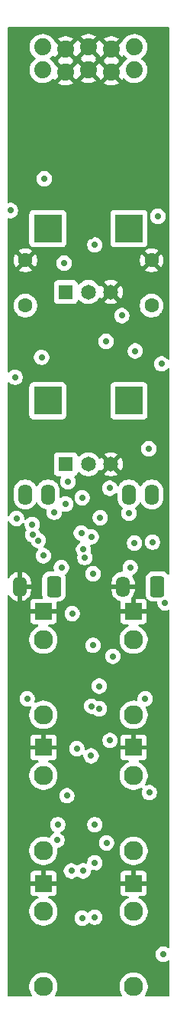
<source format=gbr>
%TF.GenerationSoftware,KiCad,Pcbnew,9.0.6*%
%TF.CreationDate,2025-12-17T11:18:06-05:00*%
%TF.ProjectId,active-vactrol-vca-board,61637469-7665-42d7-9661-6374726f6c2d,rev?*%
%TF.SameCoordinates,Original*%
%TF.FileFunction,Copper,L3,Inr*%
%TF.FilePolarity,Positive*%
%FSLAX46Y46*%
G04 Gerber Fmt 4.6, Leading zero omitted, Abs format (unit mm)*
G04 Created by KiCad (PCBNEW 9.0.6) date 2025-12-17 11:18:06*
%MOMM*%
%LPD*%
G01*
G04 APERTURE LIST*
G04 Aperture macros list*
%AMRoundRect*
0 Rectangle with rounded corners*
0 $1 Rounding radius*
0 $2 $3 $4 $5 $6 $7 $8 $9 X,Y pos of 4 corners*
0 Add a 4 corners polygon primitive as box body*
4,1,4,$2,$3,$4,$5,$6,$7,$8,$9,$2,$3,0*
0 Add four circle primitives for the rounded corners*
1,1,$1+$1,$2,$3*
1,1,$1+$1,$4,$5*
1,1,$1+$1,$6,$7*
1,1,$1+$1,$8,$9*
0 Add four rect primitives between the rounded corners*
20,1,$1+$1,$2,$3,$4,$5,0*
20,1,$1+$1,$4,$5,$6,$7,0*
20,1,$1+$1,$6,$7,$8,$9,0*
20,1,$1+$1,$8,$9,$2,$3,0*%
G04 Aperture macros list end*
%TA.AperFunction,ComponentPad*%
%ADD10R,1.930000X1.830000*%
%TD*%
%TA.AperFunction,ComponentPad*%
%ADD11C,2.130000*%
%TD*%
%TA.AperFunction,ComponentPad*%
%ADD12R,1.650000X1.650000*%
%TD*%
%TA.AperFunction,ComponentPad*%
%ADD13C,1.650000*%
%TD*%
%TA.AperFunction,ComponentPad*%
%ADD14R,3.116000X3.116000*%
%TD*%
%TA.AperFunction,ComponentPad*%
%ADD15RoundRect,0.249630X0.535370X-0.895370X0.535370X0.895370X-0.535370X0.895370X-0.535370X-0.895370X0*%
%TD*%
%TA.AperFunction,ComponentPad*%
%ADD16O,1.570000X2.290000*%
%TD*%
%TA.AperFunction,ComponentPad*%
%ADD17C,1.600000*%
%TD*%
%TA.AperFunction,ComponentPad*%
%ADD18C,1.879600*%
%TD*%
%TA.AperFunction,ViaPad*%
%ADD19C,0.700000*%
%TD*%
G04 APERTURE END LIST*
D10*
%TO.N,GND*%
%TO.C,J1*%
X105000000Y-175270000D03*
D11*
%TO.N,L_CV_INPUT*%
X105000000Y-186670000D03*
%TO.N,Net-(J1-PadTN)*%
X105000000Y-178370000D03*
%TD*%
D10*
%TO.N,GND*%
%TO.C,J3*%
X105000000Y-205270000D03*
D11*
%TO.N,L_OUTPUT*%
X105000000Y-216670000D03*
%TO.N,unconnected-(J3-PadTN)*%
X105000000Y-208370000D03*
%TD*%
D10*
%TO.N,GND*%
%TO.C,J2*%
X105000000Y-190270000D03*
D11*
%TO.N,/Left Gate/L_IN_UNBUFFERED*%
X105000000Y-201670000D03*
%TO.N,unconnected-(J2-PadTN)*%
X105000000Y-193370000D03*
%TD*%
D12*
%TO.N,/Right Gate/R_CV_BUFFERED*%
%TO.C,RV2*%
X107500000Y-159000000D03*
D13*
%TO.N,/Right Gate/R_CV_ATTENUATED*%
X110000000Y-159000000D03*
%TO.N,GND*%
X112500000Y-159000000D03*
D14*
%TO.N,N/C*%
X105500000Y-152000000D03*
X114500000Y-152000000D03*
%TD*%
D10*
%TO.N,GND*%
%TO.C,J4*%
X115000000Y-175270000D03*
D11*
%TO.N,/Right Gate/R_CV_IN_UNBUFFERED*%
X115000000Y-186670000D03*
%TO.N,L_CV_INPUT*%
X115000000Y-178370000D03*
%TD*%
D15*
%TO.N,/Right Gate/R_CV_ATTENUATED*%
%TO.C,U6*%
X117660000Y-172500000D03*
D16*
%TO.N,GND*%
X113850000Y-172500000D03*
%TO.N,/Right Gate/R_BUFFERED*%
X114490000Y-162340000D03*
%TO.N,/Right Gate/R_VACTROL_OUTPUT*%
X117020000Y-162340000D03*
%TD*%
D12*
%TO.N,/Left Gate/L_CV_BUFFERED*%
%TO.C,RV1*%
X107500000Y-140000000D03*
D13*
%TO.N,/Left Gate/L_CV_ATTENUATED*%
X110000000Y-140000000D03*
%TO.N,GND*%
X112500000Y-140000000D03*
D14*
%TO.N,N/C*%
X105500000Y-133000000D03*
X114500000Y-133000000D03*
%TD*%
D10*
%TO.N,GND*%
%TO.C,J6*%
X115000000Y-205270000D03*
D11*
%TO.N,/Right Gate/R_OUT_BUFFERED*%
X115000000Y-216670000D03*
%TO.N,unconnected-(J6-PadTN)*%
X115000000Y-208370000D03*
%TD*%
D10*
%TO.N,GND*%
%TO.C,J5*%
X115000000Y-190270000D03*
D11*
%TO.N,/Right Gate/R_IN_UNBUFFERED*%
X115000000Y-201670000D03*
%TO.N,L_OUTPUT*%
X115000000Y-193370000D03*
%TD*%
D15*
%TO.N,/Left Gate/L_CV_ATTENUATED*%
%TO.C,U5*%
X106160000Y-172500000D03*
D16*
%TO.N,GND*%
X102350000Y-172500000D03*
%TO.N,/Left Gate/L_BUFFERED*%
X102990000Y-162340000D03*
%TO.N,/Left Gate/L_VACTROL_OUTPUT*%
X105520000Y-162340000D03*
%TD*%
D17*
%TO.N,/Right Gate/R_VACTROL_OUTPUT*%
%TO.C,C7*%
X117000000Y-141500000D03*
%TO.N,GND*%
X117000000Y-136500000D03*
%TD*%
D18*
%TO.N,/-12V_In*%
%TO.C,PWR1*%
X104920000Y-112960000D03*
X104920000Y-115500000D03*
%TO.N,GND*%
X107460000Y-113214000D03*
X107460000Y-115754000D03*
X110000000Y-112960000D03*
X110000000Y-115500000D03*
X112540000Y-113214000D03*
X112540000Y-115754000D03*
%TO.N,/+12V_In*%
X115080000Y-112960000D03*
X115080000Y-115500000D03*
%TD*%
D17*
%TO.N,/Left Gate/L_VACTROL_OUTPUT*%
%TO.C,C4*%
X103000000Y-141500000D03*
%TO.N,GND*%
X103000000Y-136500000D03*
%TD*%
D19*
%TO.N,GND*%
X117700000Y-133400000D03*
X102300000Y-133800000D03*
X109400000Y-133800000D03*
X111700000Y-122200000D03*
X112000000Y-149800000D03*
X111900000Y-211800000D03*
X103500000Y-169750000D03*
X110635000Y-204100000D03*
X110284314Y-133815686D03*
X114300000Y-184100000D03*
X106400000Y-184900000D03*
%TO.N,-12V*%
X116300000Y-184900000D03*
X110700000Y-198800000D03*
X110700000Y-203000000D03*
X101350001Y-131000000D03*
X105100000Y-127500000D03*
X107000000Y-170400000D03*
X105000000Y-169100000D03*
X107600000Y-195600000D03*
X113700000Y-142600000D03*
X116750000Y-195250000D03*
%TO.N,+12V*%
X102015686Y-164984314D03*
X118300000Y-213100000D03*
X110700000Y-134800000D03*
X101851000Y-149400000D03*
X117700000Y-131649998D03*
X118500000Y-174300000D03*
%TO.N,/Left Gate/L_VACTROL_OUTPUT*%
X103755025Y-165644975D03*
%TO.N,L_OUTPUT*%
X111300000Y-164900000D03*
%TO.N,/Right Gate/R_OUT_BUFFERED*%
X111955025Y-145444975D03*
X118100000Y-147929000D03*
X104800000Y-147200000D03*
%TO.N,Net-(U3A--)*%
X112400000Y-189500000D03*
X109400000Y-203900000D03*
%TO.N,Net-(J1-PadTN)*%
X108200000Y-175500000D03*
X107300000Y-136800000D03*
%TO.N,/Left Gate/L_IN_UNBUFFERED*%
X103200000Y-184900000D03*
%TO.N,L_CV_INPUT*%
X110500000Y-179000000D03*
X110350469Y-185702844D03*
%TO.N,Net-(U1A--)*%
X111200000Y-186000000D03*
X111200000Y-183500000D03*
%TO.N,/Left Gate/L_CV_BUFFERED*%
X116700000Y-157300000D03*
X112700000Y-180200000D03*
X112350000Y-161650000D03*
%TO.N,Net-(U2B--)*%
X104446473Y-167415102D03*
X109300000Y-162700002D03*
X107719976Y-160930026D03*
X107472000Y-163400000D03*
%TO.N,/Left Gate/L_BUFFERED*%
X109200000Y-166600000D03*
X110500000Y-171100000D03*
%TO.N,Net-(U3B--)*%
X110700000Y-209000000D03*
X112000000Y-200800000D03*
%TO.N,/Right Gate/R_CV_BUFFERED*%
X108700000Y-190400000D03*
X110300000Y-191200000D03*
X108100000Y-203900000D03*
X109447211Y-168413062D03*
X110301000Y-167000000D03*
%TO.N,/Right Gate/R_BUFFERED*%
X106600000Y-198800000D03*
X109600000Y-169300000D03*
X114490000Y-164400000D03*
X106500000Y-200500000D03*
X109300000Y-209100000D03*
%TO.N,/Left Gate/L_CV_ATTENUATED*%
X114627512Y-170417462D03*
X117100000Y-167600000D03*
X115200000Y-146500000D03*
%TO.N,/Right Gate/R_CV_ATTENUATED*%
X115100000Y-167700000D03*
%TO.N,Net-(R9-Pad1)*%
X103810076Y-166778704D03*
X106200000Y-164300000D03*
%TD*%
%TA.AperFunction,Conductor*%
%TO.N,GND*%
G36*
X111197106Y-113803554D02*
G01*
X111199908Y-113804143D01*
X111213993Y-113818025D01*
X111231108Y-113827932D01*
X111247395Y-113850947D01*
X111249670Y-113853189D01*
X111251549Y-113856704D01*
X111257290Y-113867870D01*
X111257320Y-113868030D01*
X111257322Y-113868033D01*
X111257321Y-113868033D01*
X111257392Y-113868402D01*
X111257485Y-113868355D01*
X111308573Y-113968620D01*
X111360439Y-114040006D01*
X111360439Y-114040007D01*
X112050504Y-113349941D01*
X112066619Y-113410081D01*
X112133498Y-113525920D01*
X112228080Y-113620502D01*
X112343919Y-113687381D01*
X112404057Y-113703494D01*
X111713991Y-114393559D01*
X111714671Y-114402196D01*
X111743060Y-114439012D01*
X111749039Y-114508625D01*
X111716433Y-114570420D01*
X111714152Y-114572395D01*
X111713991Y-114574439D01*
X112404057Y-115264504D01*
X112343919Y-115280619D01*
X112228080Y-115347498D01*
X112133498Y-115442080D01*
X112066619Y-115557919D01*
X112050504Y-115618058D01*
X111342878Y-114910432D01*
X111340067Y-114909841D01*
X111326000Y-114895970D01*
X111308902Y-114886077D01*
X111292576Y-114863013D01*
X111290316Y-114860784D01*
X111288457Y-114857308D01*
X111282714Y-114846142D01*
X111282682Y-114845977D01*
X111282679Y-114845971D01*
X111282681Y-114845969D01*
X111282608Y-114845591D01*
X111282512Y-114845641D01*
X111231428Y-114745381D01*
X111179559Y-114673992D01*
X111179559Y-114673991D01*
X110489494Y-115364056D01*
X110473381Y-115303919D01*
X110406502Y-115188080D01*
X110311920Y-115093498D01*
X110196081Y-115026619D01*
X110135940Y-115010504D01*
X110815906Y-114330540D01*
X110795210Y-114270272D01*
X110793740Y-114237768D01*
X110790958Y-114205374D01*
X110792171Y-114203074D01*
X110792054Y-114200474D01*
X110808390Y-114172334D01*
X110823564Y-114143579D01*
X110825846Y-114141601D01*
X110826006Y-114139559D01*
X110135942Y-113449495D01*
X110196081Y-113433381D01*
X110311920Y-113366502D01*
X110406502Y-113271920D01*
X110473381Y-113156081D01*
X110489494Y-113095942D01*
X111197106Y-113803554D01*
G37*
%TD.AperFunction*%
%TA.AperFunction,Conductor*%
G36*
X106986619Y-113410081D02*
G01*
X107053498Y-113525920D01*
X107148080Y-113620502D01*
X107263919Y-113687381D01*
X107324057Y-113703494D01*
X106633991Y-114393559D01*
X106634671Y-114402196D01*
X106663060Y-114439012D01*
X106669039Y-114508625D01*
X106636433Y-114570420D01*
X106634152Y-114572395D01*
X106633991Y-114574439D01*
X107324057Y-115264504D01*
X107263919Y-115280619D01*
X107148080Y-115347498D01*
X107053498Y-115442080D01*
X106986619Y-115557919D01*
X106970504Y-115618057D01*
X106262686Y-114910239D01*
X106260615Y-114909804D01*
X106210861Y-114860750D01*
X106208784Y-114856848D01*
X106203327Y-114846139D01*
X106151855Y-114745118D01*
X106151853Y-114745115D01*
X106151852Y-114745113D01*
X106018605Y-114561713D01*
X106018601Y-114561708D01*
X105895711Y-114438818D01*
X105858293Y-114401400D01*
X105758094Y-114328601D01*
X105755827Y-114326786D01*
X105737416Y-114300439D01*
X105717791Y-114274989D01*
X105717533Y-114271985D01*
X105715806Y-114269514D01*
X105714562Y-114237394D01*
X105711812Y-114205376D01*
X105713218Y-114202709D01*
X105713102Y-114199696D01*
X105729420Y-114172002D01*
X105744417Y-114143580D01*
X105747996Y-114140478D01*
X105748573Y-114139500D01*
X105749894Y-114138833D01*
X105760456Y-114129682D01*
X105858293Y-114058600D01*
X106013280Y-113903612D01*
X106074600Y-113870130D01*
X106144291Y-113875114D01*
X106200225Y-113916985D01*
X106211442Y-113935000D01*
X106228571Y-113968617D01*
X106280439Y-114040006D01*
X106280439Y-114040007D01*
X106970504Y-113349941D01*
X106986619Y-113410081D01*
G37*
%TD.AperFunction*%
%TA.AperFunction,Conductor*%
G36*
X109526619Y-113156081D02*
G01*
X109593498Y-113271920D01*
X109688080Y-113366502D01*
X109803919Y-113433381D01*
X109864057Y-113449494D01*
X109186064Y-114127486D01*
X109206206Y-114194123D01*
X109206759Y-114263990D01*
X109174402Y-114315227D01*
X109173991Y-114320439D01*
X109864057Y-115010504D01*
X109803919Y-115026619D01*
X109688080Y-115093498D01*
X109593498Y-115188080D01*
X109526619Y-115303919D01*
X109510504Y-115364057D01*
X108820439Y-114673991D01*
X108820438Y-114673992D01*
X108768574Y-114745376D01*
X108768572Y-114745380D01*
X108718217Y-114844207D01*
X108717285Y-114846139D01*
X108711542Y-114857306D01*
X108707298Y-114861765D01*
X108707581Y-114861969D01*
X108707405Y-114862213D01*
X108707089Y-114861985D01*
X108687533Y-114882535D01*
X108663769Y-114907692D01*
X108663539Y-114907748D01*
X108663376Y-114907921D01*
X108658424Y-114909127D01*
X107949494Y-115618057D01*
X107933381Y-115557919D01*
X107866502Y-115442080D01*
X107771920Y-115347498D01*
X107656081Y-115280619D01*
X107595940Y-115264504D01*
X108286007Y-114574439D01*
X108285327Y-114565804D01*
X108256937Y-114528987D01*
X108250958Y-114459374D01*
X108283564Y-114397579D01*
X108285846Y-114395601D01*
X108286006Y-114393559D01*
X107595942Y-113703495D01*
X107656081Y-113687381D01*
X107771920Y-113620502D01*
X107866502Y-113525920D01*
X107933381Y-113410081D01*
X107949494Y-113349942D01*
X108639559Y-114040007D01*
X108639560Y-114040006D01*
X108650918Y-114024374D01*
X108744546Y-113864363D01*
X108748238Y-113857117D01*
X108751635Y-113853519D01*
X108752755Y-113851563D01*
X108752932Y-113851320D01*
X108753394Y-113851656D01*
X108796208Y-113806317D01*
X108801421Y-113805025D01*
X109510504Y-113095941D01*
X109526619Y-113156081D01*
G37*
%TD.AperFunction*%
%TA.AperFunction,Conductor*%
G36*
X113719559Y-114040007D02*
G01*
X113719559Y-114040006D01*
X113771428Y-113968618D01*
X113771431Y-113968613D01*
X113788556Y-113935003D01*
X113836529Y-113884206D01*
X113904350Y-113867410D01*
X113970485Y-113889946D01*
X113986722Y-113903615D01*
X114141708Y-114058601D01*
X114141713Y-114058605D01*
X114239542Y-114129682D01*
X114282208Y-114185012D01*
X114288187Y-114254625D01*
X114255582Y-114316420D01*
X114239542Y-114330318D01*
X114141713Y-114401394D01*
X114141708Y-114401398D01*
X113981398Y-114561708D01*
X113981394Y-114561713D01*
X113848144Y-114745118D01*
X113848143Y-114745119D01*
X113791214Y-114856848D01*
X113743240Y-114907644D01*
X113738811Y-114908740D01*
X113029494Y-115618057D01*
X113013381Y-115557919D01*
X112946502Y-115442080D01*
X112851920Y-115347498D01*
X112736081Y-115280619D01*
X112675940Y-115264504D01*
X113366007Y-114574439D01*
X113365327Y-114565804D01*
X113336937Y-114528987D01*
X113330958Y-114459374D01*
X113363564Y-114397579D01*
X113365846Y-114395601D01*
X113366006Y-114393559D01*
X112675942Y-113703495D01*
X112736081Y-113687381D01*
X112851920Y-113620502D01*
X112946502Y-113525920D01*
X113013381Y-113410081D01*
X113029494Y-113349942D01*
X113719559Y-114040007D01*
G37*
%TD.AperFunction*%
%TA.AperFunction,Conductor*%
G36*
X118942539Y-110770185D02*
G01*
X118988294Y-110822989D01*
X118999500Y-110874500D01*
X118999500Y-147335564D01*
X118979815Y-147402603D01*
X118927011Y-147448358D01*
X118857853Y-147458302D01*
X118794297Y-147429277D01*
X118772399Y-147404456D01*
X118760628Y-147386840D01*
X118760623Y-147386834D01*
X118642162Y-147268373D01*
X118502860Y-147175295D01*
X118348082Y-147111184D01*
X118348074Y-147111182D01*
X118183771Y-147078500D01*
X118183767Y-147078500D01*
X118016233Y-147078500D01*
X118016228Y-147078500D01*
X117851925Y-147111182D01*
X117851917Y-147111184D01*
X117697139Y-147175295D01*
X117557837Y-147268373D01*
X117439373Y-147386837D01*
X117346295Y-147526139D01*
X117282184Y-147680917D01*
X117282182Y-147680925D01*
X117249500Y-147845228D01*
X117249500Y-148012771D01*
X117282182Y-148177074D01*
X117282184Y-148177082D01*
X117346295Y-148331860D01*
X117439373Y-148471162D01*
X117557837Y-148589626D01*
X117642649Y-148646295D01*
X117697137Y-148682703D01*
X117851918Y-148746816D01*
X118016228Y-148779499D01*
X118016232Y-148779500D01*
X118016233Y-148779500D01*
X118183768Y-148779500D01*
X118183769Y-148779499D01*
X118348082Y-148746816D01*
X118502863Y-148682703D01*
X118642162Y-148589626D01*
X118760626Y-148471162D01*
X118772397Y-148453544D01*
X118826009Y-148408740D01*
X118895334Y-148400031D01*
X118958362Y-148430186D01*
X118995081Y-148489628D01*
X118999500Y-148522435D01*
X118999500Y-171048553D01*
X118979815Y-171115592D01*
X118927011Y-171161347D01*
X118857853Y-171171291D01*
X118794297Y-171142266D01*
X118787819Y-171136234D01*
X118663796Y-171012211D01*
X118663795Y-171012210D01*
X118571075Y-170955020D01*
X118514549Y-170920154D01*
X118514544Y-170920152D01*
X118348092Y-170864996D01*
X118245357Y-170854500D01*
X117074650Y-170854500D01*
X117074634Y-170854501D01*
X116971906Y-170864996D01*
X116805455Y-170920152D01*
X116805450Y-170920154D01*
X116656203Y-171012211D01*
X116532211Y-171136203D01*
X116440154Y-171285450D01*
X116440152Y-171285455D01*
X116384996Y-171451907D01*
X116374500Y-171554635D01*
X116374500Y-173445349D01*
X116374501Y-173445365D01*
X116384996Y-173548093D01*
X116440152Y-173714544D01*
X116440154Y-173714549D01*
X116469314Y-173761824D01*
X116532210Y-173863795D01*
X116656205Y-173987790D01*
X116805453Y-174079847D01*
X116971908Y-174135004D01*
X117074643Y-174145500D01*
X117525500Y-174145499D01*
X117592539Y-174165183D01*
X117638294Y-174217987D01*
X117649500Y-174269499D01*
X117649500Y-174383771D01*
X117682182Y-174548074D01*
X117682184Y-174548082D01*
X117746295Y-174702860D01*
X117839373Y-174842162D01*
X117957837Y-174960626D01*
X118046697Y-175020000D01*
X118097137Y-175053703D01*
X118251918Y-175117816D01*
X118416228Y-175150499D01*
X118416232Y-175150500D01*
X118416233Y-175150500D01*
X118583768Y-175150500D01*
X118583769Y-175150499D01*
X118748082Y-175117816D01*
X118828047Y-175084692D01*
X118897516Y-175077224D01*
X118959996Y-175108499D01*
X118995648Y-175168588D01*
X118999500Y-175199254D01*
X118999500Y-212312515D01*
X118979815Y-212379554D01*
X118927011Y-212425309D01*
X118857853Y-212435253D01*
X118806610Y-212415618D01*
X118749770Y-212377640D01*
X118702863Y-212346297D01*
X118702860Y-212346295D01*
X118702859Y-212346295D01*
X118548082Y-212282184D01*
X118548074Y-212282182D01*
X118383771Y-212249500D01*
X118383767Y-212249500D01*
X118216233Y-212249500D01*
X118216228Y-212249500D01*
X118051925Y-212282182D01*
X118051917Y-212282184D01*
X117897139Y-212346295D01*
X117757837Y-212439373D01*
X117639373Y-212557837D01*
X117546295Y-212697139D01*
X117482184Y-212851917D01*
X117482182Y-212851925D01*
X117449500Y-213016228D01*
X117449500Y-213183771D01*
X117482182Y-213348074D01*
X117482184Y-213348082D01*
X117546295Y-213502860D01*
X117639373Y-213642162D01*
X117757837Y-213760626D01*
X117793391Y-213784382D01*
X117897137Y-213853703D01*
X118051918Y-213917816D01*
X118216228Y-213950499D01*
X118216232Y-213950500D01*
X118216233Y-213950500D01*
X118383768Y-213950500D01*
X118383769Y-213950499D01*
X118548082Y-213917816D01*
X118702863Y-213853703D01*
X118806609Y-213784382D01*
X118873287Y-213763504D01*
X118940667Y-213781989D01*
X118987357Y-213833968D01*
X118999500Y-213887484D01*
X118999500Y-217625500D01*
X118979815Y-217692539D01*
X118927011Y-217738294D01*
X118875500Y-217749500D01*
X116394126Y-217749500D01*
X116327087Y-217729815D01*
X116281332Y-217677011D01*
X116271388Y-217607853D01*
X116293808Y-217552614D01*
X116338936Y-217490501D01*
X116450806Y-217270943D01*
X116526952Y-217036589D01*
X116565500Y-216793208D01*
X116565500Y-216546792D01*
X116526952Y-216303411D01*
X116526951Y-216303407D01*
X116526951Y-216303406D01*
X116450807Y-216069059D01*
X116338935Y-215849498D01*
X116194097Y-215650145D01*
X116019855Y-215475903D01*
X115820501Y-215331064D01*
X115600940Y-215219192D01*
X115366592Y-215143048D01*
X115184053Y-215114137D01*
X115123208Y-215104500D01*
X114876792Y-215104500D01*
X114795665Y-215117349D01*
X114633409Y-215143048D01*
X114633406Y-215143048D01*
X114399059Y-215219192D01*
X114179498Y-215331064D01*
X113980142Y-215475905D01*
X113805905Y-215650142D01*
X113661064Y-215849498D01*
X113549192Y-216069059D01*
X113473048Y-216303406D01*
X113473048Y-216303409D01*
X113434500Y-216546792D01*
X113434500Y-216793207D01*
X113473048Y-217036590D01*
X113473048Y-217036593D01*
X113549192Y-217270940D01*
X113661064Y-217490501D01*
X113706192Y-217552614D01*
X113729672Y-217618421D01*
X113713847Y-217686475D01*
X113663741Y-217735170D01*
X113605874Y-217749500D01*
X106394126Y-217749500D01*
X106327087Y-217729815D01*
X106281332Y-217677011D01*
X106271388Y-217607853D01*
X106293808Y-217552614D01*
X106338936Y-217490501D01*
X106450806Y-217270943D01*
X106526952Y-217036589D01*
X106565500Y-216793208D01*
X106565500Y-216546792D01*
X106526952Y-216303411D01*
X106526951Y-216303407D01*
X106526951Y-216303406D01*
X106450807Y-216069059D01*
X106338935Y-215849498D01*
X106194097Y-215650145D01*
X106019855Y-215475903D01*
X105820501Y-215331064D01*
X105600940Y-215219192D01*
X105366592Y-215143048D01*
X105184053Y-215114137D01*
X105123208Y-215104500D01*
X104876792Y-215104500D01*
X104795665Y-215117349D01*
X104633409Y-215143048D01*
X104633406Y-215143048D01*
X104399059Y-215219192D01*
X104179498Y-215331064D01*
X103980142Y-215475905D01*
X103805905Y-215650142D01*
X103661064Y-215849498D01*
X103549192Y-216069059D01*
X103473048Y-216303406D01*
X103473048Y-216303409D01*
X103434500Y-216546792D01*
X103434500Y-216793207D01*
X103473048Y-217036590D01*
X103473048Y-217036593D01*
X103549192Y-217270940D01*
X103661064Y-217490501D01*
X103706192Y-217552614D01*
X103729672Y-217618421D01*
X103713847Y-217686475D01*
X103663741Y-217735170D01*
X103605874Y-217749500D01*
X101124500Y-217749500D01*
X101057461Y-217729815D01*
X101011706Y-217677011D01*
X101000500Y-217625500D01*
X101000500Y-208246792D01*
X103434500Y-208246792D01*
X103434500Y-208493208D01*
X103446150Y-208566765D01*
X103473048Y-208736590D01*
X103473048Y-208736593D01*
X103549192Y-208970940D01*
X103657633Y-209183767D01*
X103661064Y-209190501D01*
X103805903Y-209389855D01*
X103980145Y-209564097D01*
X104179499Y-209708936D01*
X104280941Y-209760623D01*
X104399059Y-209820807D01*
X104633407Y-209896951D01*
X104633408Y-209896951D01*
X104633411Y-209896952D01*
X104876792Y-209935500D01*
X104876793Y-209935500D01*
X105123207Y-209935500D01*
X105123208Y-209935500D01*
X105366589Y-209896952D01*
X105366592Y-209896951D01*
X105366593Y-209896951D01*
X105600940Y-209820807D01*
X105600940Y-209820806D01*
X105600943Y-209820806D01*
X105820501Y-209708936D01*
X106019855Y-209564097D01*
X106194097Y-209389855D01*
X106338936Y-209190501D01*
X106427732Y-209016228D01*
X108449500Y-209016228D01*
X108449500Y-209183771D01*
X108482182Y-209348074D01*
X108482184Y-209348082D01*
X108546295Y-209502860D01*
X108639373Y-209642162D01*
X108757837Y-209760626D01*
X108843430Y-209817817D01*
X108897137Y-209853703D01*
X109051918Y-209917816D01*
X109216228Y-209950499D01*
X109216232Y-209950500D01*
X109216233Y-209950500D01*
X109383768Y-209950500D01*
X109383769Y-209950499D01*
X109548082Y-209917816D01*
X109702863Y-209853703D01*
X109842162Y-209760626D01*
X109893853Y-209708935D01*
X109962319Y-209640470D01*
X110023642Y-209606985D01*
X110093334Y-209611969D01*
X110137681Y-209640470D01*
X110157837Y-209660626D01*
X110230137Y-209708935D01*
X110297137Y-209753703D01*
X110451918Y-209817816D01*
X110616228Y-209850499D01*
X110616232Y-209850500D01*
X110616233Y-209850500D01*
X110783768Y-209850500D01*
X110783769Y-209850499D01*
X110948082Y-209817816D01*
X111102863Y-209753703D01*
X111242162Y-209660626D01*
X111360626Y-209542162D01*
X111453703Y-209402863D01*
X111517816Y-209248082D01*
X111550500Y-209083767D01*
X111550500Y-208916233D01*
X111517816Y-208751918D01*
X111453703Y-208597137D01*
X111384131Y-208493015D01*
X111360626Y-208457837D01*
X111242168Y-208339379D01*
X111242160Y-208339373D01*
X111156571Y-208282184D01*
X111103604Y-208246792D01*
X113434500Y-208246792D01*
X113434500Y-208493208D01*
X113446150Y-208566765D01*
X113473048Y-208736590D01*
X113473048Y-208736593D01*
X113549192Y-208970940D01*
X113657633Y-209183767D01*
X113661064Y-209190501D01*
X113805903Y-209389855D01*
X113980145Y-209564097D01*
X114179499Y-209708936D01*
X114280941Y-209760623D01*
X114399059Y-209820807D01*
X114633407Y-209896951D01*
X114633408Y-209896951D01*
X114633411Y-209896952D01*
X114876792Y-209935500D01*
X114876793Y-209935500D01*
X115123207Y-209935500D01*
X115123208Y-209935500D01*
X115366589Y-209896952D01*
X115366592Y-209896951D01*
X115366593Y-209896951D01*
X115600940Y-209820807D01*
X115600940Y-209820806D01*
X115600943Y-209820806D01*
X115820501Y-209708936D01*
X116019855Y-209564097D01*
X116194097Y-209389855D01*
X116338936Y-209190501D01*
X116450806Y-208970943D01*
X116489477Y-208851925D01*
X116526951Y-208736593D01*
X116526951Y-208736592D01*
X116526952Y-208736589D01*
X116565500Y-208493208D01*
X116565500Y-208246792D01*
X116526952Y-208003411D01*
X116526951Y-208003407D01*
X116526951Y-208003406D01*
X116450807Y-207769059D01*
X116338935Y-207549498D01*
X116194097Y-207350145D01*
X116019855Y-207175903D01*
X115820501Y-207031064D01*
X115601513Y-206919484D01*
X115550718Y-206871511D01*
X115533923Y-206803690D01*
X115556460Y-206737555D01*
X115611175Y-206694103D01*
X115657809Y-206685000D01*
X116012828Y-206685000D01*
X116012844Y-206684999D01*
X116072372Y-206678598D01*
X116072379Y-206678596D01*
X116207086Y-206628354D01*
X116207093Y-206628350D01*
X116322187Y-206542190D01*
X116322190Y-206542187D01*
X116408350Y-206427093D01*
X116408354Y-206427086D01*
X116458596Y-206292379D01*
X116458598Y-206292372D01*
X116464999Y-206232844D01*
X116465000Y-206232827D01*
X116465000Y-205520000D01*
X115556706Y-205520000D01*
X115586558Y-205447931D01*
X115610000Y-205330080D01*
X115610000Y-205209920D01*
X115586558Y-205092069D01*
X115556706Y-205020000D01*
X116465000Y-205020000D01*
X116465000Y-204307172D01*
X116464999Y-204307155D01*
X116458598Y-204247627D01*
X116458596Y-204247620D01*
X116408354Y-204112913D01*
X116408350Y-204112906D01*
X116322190Y-203997812D01*
X116322187Y-203997809D01*
X116207093Y-203911649D01*
X116207086Y-203911645D01*
X116072379Y-203861403D01*
X116072372Y-203861401D01*
X116012844Y-203855000D01*
X115250000Y-203855000D01*
X115250000Y-204713293D01*
X115177931Y-204683442D01*
X115060080Y-204660000D01*
X114939920Y-204660000D01*
X114822069Y-204683442D01*
X114750000Y-204713293D01*
X114750000Y-203855000D01*
X113987155Y-203855000D01*
X113927627Y-203861401D01*
X113927620Y-203861403D01*
X113792913Y-203911645D01*
X113792906Y-203911649D01*
X113677812Y-203997809D01*
X113677809Y-203997812D01*
X113591649Y-204112906D01*
X113591645Y-204112913D01*
X113541403Y-204247620D01*
X113541401Y-204247627D01*
X113535000Y-204307155D01*
X113535000Y-205020000D01*
X114443294Y-205020000D01*
X114413442Y-205092069D01*
X114390000Y-205209920D01*
X114390000Y-205330080D01*
X114413442Y-205447931D01*
X114443294Y-205520000D01*
X113535000Y-205520000D01*
X113535000Y-206232844D01*
X113541401Y-206292372D01*
X113541403Y-206292379D01*
X113591645Y-206427086D01*
X113591649Y-206427093D01*
X113677809Y-206542187D01*
X113677812Y-206542190D01*
X113792906Y-206628350D01*
X113792913Y-206628354D01*
X113927620Y-206678596D01*
X113927627Y-206678598D01*
X113987155Y-206684999D01*
X113987172Y-206685000D01*
X114342191Y-206685000D01*
X114409230Y-206704685D01*
X114454985Y-206757489D01*
X114464929Y-206826647D01*
X114435904Y-206890203D01*
X114398486Y-206919485D01*
X114179498Y-207031064D01*
X113980142Y-207175905D01*
X113805905Y-207350142D01*
X113661064Y-207549498D01*
X113549192Y-207769059D01*
X113473048Y-208003406D01*
X113473048Y-208003409D01*
X113473048Y-208003411D01*
X113434500Y-208246792D01*
X111103604Y-208246792D01*
X111102860Y-208246295D01*
X110948082Y-208182184D01*
X110948074Y-208182182D01*
X110783771Y-208149500D01*
X110783767Y-208149500D01*
X110616233Y-208149500D01*
X110616228Y-208149500D01*
X110451925Y-208182182D01*
X110451917Y-208182184D01*
X110297139Y-208246295D01*
X110157838Y-208339373D01*
X110037680Y-208459531D01*
X109976357Y-208493015D01*
X109906665Y-208488031D01*
X109862316Y-208459528D01*
X109842164Y-208439375D01*
X109842162Y-208439373D01*
X109702860Y-208346295D01*
X109548082Y-208282184D01*
X109548074Y-208282182D01*
X109383771Y-208249500D01*
X109383767Y-208249500D01*
X109216233Y-208249500D01*
X109216228Y-208249500D01*
X109051925Y-208282182D01*
X109051917Y-208282184D01*
X108897139Y-208346295D01*
X108757837Y-208439373D01*
X108639373Y-208557837D01*
X108546295Y-208697139D01*
X108482184Y-208851917D01*
X108482182Y-208851925D01*
X108449500Y-209016228D01*
X106427732Y-209016228D01*
X106450806Y-208970943D01*
X106468583Y-208916233D01*
X106526951Y-208736593D01*
X106526951Y-208736592D01*
X106526952Y-208736589D01*
X106565500Y-208493208D01*
X106565500Y-208246792D01*
X106526952Y-208003411D01*
X106526951Y-208003407D01*
X106526951Y-208003406D01*
X106450807Y-207769059D01*
X106338935Y-207549498D01*
X106194097Y-207350145D01*
X106019855Y-207175903D01*
X105820501Y-207031064D01*
X105601513Y-206919484D01*
X105550718Y-206871511D01*
X105533923Y-206803690D01*
X105556460Y-206737555D01*
X105611175Y-206694103D01*
X105657809Y-206685000D01*
X106012828Y-206685000D01*
X106012844Y-206684999D01*
X106072372Y-206678598D01*
X106072379Y-206678596D01*
X106207086Y-206628354D01*
X106207093Y-206628350D01*
X106322187Y-206542190D01*
X106322190Y-206542187D01*
X106408350Y-206427093D01*
X106408354Y-206427086D01*
X106458596Y-206292379D01*
X106458598Y-206292372D01*
X106464999Y-206232844D01*
X106465000Y-206232827D01*
X106465000Y-205520000D01*
X105556706Y-205520000D01*
X105586558Y-205447931D01*
X105610000Y-205330080D01*
X105610000Y-205209920D01*
X105586558Y-205092069D01*
X105556706Y-205020000D01*
X106465000Y-205020000D01*
X106465000Y-204307172D01*
X106464999Y-204307155D01*
X106458598Y-204247627D01*
X106458596Y-204247620D01*
X106408354Y-204112913D01*
X106408350Y-204112906D01*
X106322190Y-203997812D01*
X106322187Y-203997809D01*
X106207093Y-203911649D01*
X106207086Y-203911645D01*
X106072379Y-203861403D01*
X106072372Y-203861401D01*
X106012844Y-203855000D01*
X105250000Y-203855000D01*
X105250000Y-204713293D01*
X105177931Y-204683442D01*
X105060080Y-204660000D01*
X104939920Y-204660000D01*
X104822069Y-204683442D01*
X104750000Y-204713293D01*
X104750000Y-203855000D01*
X103987155Y-203855000D01*
X103927627Y-203861401D01*
X103927620Y-203861403D01*
X103792913Y-203911645D01*
X103792906Y-203911649D01*
X103677812Y-203997809D01*
X103677809Y-203997812D01*
X103591649Y-204112906D01*
X103591645Y-204112913D01*
X103541403Y-204247620D01*
X103541401Y-204247627D01*
X103535000Y-204307155D01*
X103535000Y-205020000D01*
X104443294Y-205020000D01*
X104413442Y-205092069D01*
X104390000Y-205209920D01*
X104390000Y-205330080D01*
X104413442Y-205447931D01*
X104443294Y-205520000D01*
X103535000Y-205520000D01*
X103535000Y-206232844D01*
X103541401Y-206292372D01*
X103541403Y-206292379D01*
X103591645Y-206427086D01*
X103591649Y-206427093D01*
X103677809Y-206542187D01*
X103677812Y-206542190D01*
X103792906Y-206628350D01*
X103792913Y-206628354D01*
X103927620Y-206678596D01*
X103927627Y-206678598D01*
X103987155Y-206684999D01*
X103987172Y-206685000D01*
X104342191Y-206685000D01*
X104409230Y-206704685D01*
X104454985Y-206757489D01*
X104464929Y-206826647D01*
X104435904Y-206890203D01*
X104398486Y-206919485D01*
X104179498Y-207031064D01*
X103980142Y-207175905D01*
X103805905Y-207350142D01*
X103661064Y-207549498D01*
X103549192Y-207769059D01*
X103473048Y-208003406D01*
X103473048Y-208003409D01*
X103473048Y-208003411D01*
X103434500Y-208246792D01*
X101000500Y-208246792D01*
X101000500Y-203816228D01*
X107249500Y-203816228D01*
X107249500Y-203983771D01*
X107282182Y-204148074D01*
X107282184Y-204148082D01*
X107346295Y-204302860D01*
X107439373Y-204442162D01*
X107557837Y-204560626D01*
X107650494Y-204622537D01*
X107697137Y-204653703D01*
X107851918Y-204717816D01*
X108016228Y-204750499D01*
X108016232Y-204750500D01*
X108016233Y-204750500D01*
X108183768Y-204750500D01*
X108183769Y-204750499D01*
X108348082Y-204717816D01*
X108502863Y-204653703D01*
X108642162Y-204560626D01*
X108662317Y-204540471D01*
X108723639Y-204506984D01*
X108793331Y-204511967D01*
X108837683Y-204540471D01*
X108857835Y-204560624D01*
X108857837Y-204560626D01*
X108950494Y-204622537D01*
X108997137Y-204653703D01*
X109151918Y-204717816D01*
X109316228Y-204750499D01*
X109316232Y-204750500D01*
X109316233Y-204750500D01*
X109483768Y-204750500D01*
X109483769Y-204750499D01*
X109648082Y-204717816D01*
X109802863Y-204653703D01*
X109942162Y-204560626D01*
X110060626Y-204442162D01*
X110153703Y-204302863D01*
X110217816Y-204148082D01*
X110250500Y-203983767D01*
X110250500Y-203919964D01*
X110270185Y-203852925D01*
X110322989Y-203807170D01*
X110392147Y-203797226D01*
X110421949Y-203805402D01*
X110451918Y-203817816D01*
X110616228Y-203850499D01*
X110616232Y-203850500D01*
X110616233Y-203850500D01*
X110783768Y-203850500D01*
X110783769Y-203850499D01*
X110948082Y-203817816D01*
X111102863Y-203753703D01*
X111242162Y-203660626D01*
X111360626Y-203542162D01*
X111453703Y-203402863D01*
X111517816Y-203248082D01*
X111550500Y-203083767D01*
X111550500Y-202916233D01*
X111517816Y-202751918D01*
X111453703Y-202597137D01*
X111382451Y-202490501D01*
X111360626Y-202457837D01*
X111242162Y-202339373D01*
X111102860Y-202246295D01*
X110948082Y-202182184D01*
X110948074Y-202182182D01*
X110783771Y-202149500D01*
X110783767Y-202149500D01*
X110616233Y-202149500D01*
X110616228Y-202149500D01*
X110451925Y-202182182D01*
X110451917Y-202182184D01*
X110297139Y-202246295D01*
X110157837Y-202339373D01*
X110039373Y-202457837D01*
X109946295Y-202597139D01*
X109882184Y-202751917D01*
X109882182Y-202751925D01*
X109849500Y-202916228D01*
X109849500Y-202980035D01*
X109829815Y-203047074D01*
X109777011Y-203092829D01*
X109707853Y-203102773D01*
X109678048Y-203094596D01*
X109648086Y-203082185D01*
X109648074Y-203082182D01*
X109483771Y-203049500D01*
X109483767Y-203049500D01*
X109316233Y-203049500D01*
X109316228Y-203049500D01*
X109151925Y-203082182D01*
X109151917Y-203082184D01*
X108997139Y-203146295D01*
X108857837Y-203239373D01*
X108857834Y-203239376D01*
X108837681Y-203259530D01*
X108776358Y-203293015D01*
X108706666Y-203288031D01*
X108662319Y-203259530D01*
X108642162Y-203239373D01*
X108502860Y-203146295D01*
X108348082Y-203082184D01*
X108348074Y-203082182D01*
X108183771Y-203049500D01*
X108183767Y-203049500D01*
X108016233Y-203049500D01*
X108016228Y-203049500D01*
X107851925Y-203082182D01*
X107851917Y-203082184D01*
X107697139Y-203146295D01*
X107557837Y-203239373D01*
X107439373Y-203357837D01*
X107346295Y-203497139D01*
X107282184Y-203651917D01*
X107282182Y-203651925D01*
X107249500Y-203816228D01*
X101000500Y-203816228D01*
X101000500Y-201546792D01*
X103434500Y-201546792D01*
X103434500Y-201793207D01*
X103473048Y-202036590D01*
X103473048Y-202036593D01*
X103549192Y-202270940D01*
X103584061Y-202339374D01*
X103661064Y-202490501D01*
X103805903Y-202689855D01*
X103980145Y-202864097D01*
X104179499Y-203008936D01*
X104344149Y-203092829D01*
X104399059Y-203120807D01*
X104633407Y-203196951D01*
X104633408Y-203196951D01*
X104633411Y-203196952D01*
X104876792Y-203235500D01*
X104876793Y-203235500D01*
X105123207Y-203235500D01*
X105123208Y-203235500D01*
X105366589Y-203196952D01*
X105366592Y-203196951D01*
X105366593Y-203196951D01*
X105600940Y-203120807D01*
X105600940Y-203120806D01*
X105600943Y-203120806D01*
X105820501Y-203008936D01*
X106019855Y-202864097D01*
X106194097Y-202689855D01*
X106338936Y-202490501D01*
X106450806Y-202270943D01*
X106458815Y-202246295D01*
X106526951Y-202036593D01*
X106526951Y-202036592D01*
X106526952Y-202036589D01*
X106565500Y-201793208D01*
X106565500Y-201546792D01*
X106554568Y-201477772D01*
X106563522Y-201408481D01*
X106608518Y-201355029D01*
X106652850Y-201336759D01*
X106687807Y-201329805D01*
X106748082Y-201317816D01*
X106902863Y-201253703D01*
X107042162Y-201160626D01*
X107160626Y-201042162D01*
X107253703Y-200902863D01*
X107317816Y-200748082D01*
X107324152Y-200716228D01*
X111149500Y-200716228D01*
X111149500Y-200883771D01*
X111182182Y-201048074D01*
X111182184Y-201048082D01*
X111246295Y-201202860D01*
X111339373Y-201342162D01*
X111457837Y-201460626D01*
X111550494Y-201522537D01*
X111597137Y-201553703D01*
X111751918Y-201617816D01*
X111916228Y-201650499D01*
X111916232Y-201650500D01*
X111916233Y-201650500D01*
X112083768Y-201650500D01*
X112083769Y-201650499D01*
X112248082Y-201617816D01*
X112402863Y-201553703D01*
X112413206Y-201546792D01*
X113434500Y-201546792D01*
X113434500Y-201793207D01*
X113473048Y-202036590D01*
X113473048Y-202036593D01*
X113549192Y-202270940D01*
X113584061Y-202339374D01*
X113661064Y-202490501D01*
X113805903Y-202689855D01*
X113980145Y-202864097D01*
X114179499Y-203008936D01*
X114344149Y-203092829D01*
X114399059Y-203120807D01*
X114633407Y-203196951D01*
X114633408Y-203196951D01*
X114633411Y-203196952D01*
X114876792Y-203235500D01*
X114876793Y-203235500D01*
X115123207Y-203235500D01*
X115123208Y-203235500D01*
X115366589Y-203196952D01*
X115366592Y-203196951D01*
X115366593Y-203196951D01*
X115600940Y-203120807D01*
X115600940Y-203120806D01*
X115600943Y-203120806D01*
X115820501Y-203008936D01*
X116019855Y-202864097D01*
X116194097Y-202689855D01*
X116338936Y-202490501D01*
X116450806Y-202270943D01*
X116458815Y-202246295D01*
X116526951Y-202036593D01*
X116526951Y-202036592D01*
X116526952Y-202036589D01*
X116565500Y-201793208D01*
X116565500Y-201546792D01*
X116526952Y-201303411D01*
X116526951Y-201303407D01*
X116526951Y-201303406D01*
X116450807Y-201069059D01*
X116366126Y-200902863D01*
X116338936Y-200849499D01*
X116194097Y-200650145D01*
X116019855Y-200475903D01*
X115820501Y-200331064D01*
X115600940Y-200219192D01*
X115366592Y-200143048D01*
X115184053Y-200114137D01*
X115123208Y-200104500D01*
X114876792Y-200104500D01*
X114795665Y-200117349D01*
X114633409Y-200143048D01*
X114633406Y-200143048D01*
X114399059Y-200219192D01*
X114179498Y-200331064D01*
X113980142Y-200475905D01*
X113805905Y-200650142D01*
X113661064Y-200849498D01*
X113549192Y-201069059D01*
X113473048Y-201303406D01*
X113473048Y-201303409D01*
X113434500Y-201546792D01*
X112413206Y-201546792D01*
X112542162Y-201460626D01*
X112542165Y-201460623D01*
X112548550Y-201454239D01*
X112660623Y-201342165D01*
X112660626Y-201342162D01*
X112676893Y-201317817D01*
X112753703Y-201202863D01*
X112817816Y-201048082D01*
X112850500Y-200883767D01*
X112850500Y-200716233D01*
X112817816Y-200551918D01*
X112761613Y-200416233D01*
X112753704Y-200397139D01*
X112660626Y-200257837D01*
X112542162Y-200139373D01*
X112402860Y-200046295D01*
X112248082Y-199982184D01*
X112248074Y-199982182D01*
X112083771Y-199949500D01*
X112083767Y-199949500D01*
X111916233Y-199949500D01*
X111916228Y-199949500D01*
X111751925Y-199982182D01*
X111751917Y-199982184D01*
X111597139Y-200046295D01*
X111457837Y-200139373D01*
X111339373Y-200257837D01*
X111246295Y-200397139D01*
X111182184Y-200551917D01*
X111182182Y-200551925D01*
X111149500Y-200716228D01*
X107324152Y-200716228D01*
X107350500Y-200583767D01*
X107350500Y-200416233D01*
X107317816Y-200251918D01*
X107253703Y-200097137D01*
X107176894Y-199982184D01*
X107160626Y-199957837D01*
X107042162Y-199839373D01*
X106956088Y-199781861D01*
X106911283Y-199728249D01*
X106902576Y-199658924D01*
X106932730Y-199595897D01*
X106977527Y-199564198D01*
X107002858Y-199553705D01*
X107002857Y-199553705D01*
X107002863Y-199553703D01*
X107142162Y-199460626D01*
X107260626Y-199342162D01*
X107353703Y-199202863D01*
X107417816Y-199048082D01*
X107450500Y-198883767D01*
X107450500Y-198716233D01*
X107450499Y-198716228D01*
X109849500Y-198716228D01*
X109849500Y-198883771D01*
X109882182Y-199048074D01*
X109882184Y-199048082D01*
X109946295Y-199202860D01*
X110039373Y-199342162D01*
X110157837Y-199460626D01*
X110243910Y-199518138D01*
X110297137Y-199553703D01*
X110297138Y-199553703D01*
X110297139Y-199553704D01*
X110322474Y-199564198D01*
X110451918Y-199617816D01*
X110568850Y-199641075D01*
X110616228Y-199650499D01*
X110616232Y-199650500D01*
X110616233Y-199650500D01*
X110783768Y-199650500D01*
X110783769Y-199650499D01*
X110948082Y-199617816D01*
X111102863Y-199553703D01*
X111242162Y-199460626D01*
X111360626Y-199342162D01*
X111453703Y-199202863D01*
X111517816Y-199048082D01*
X111550500Y-198883767D01*
X111550500Y-198716233D01*
X111517816Y-198551918D01*
X111453703Y-198397137D01*
X111422537Y-198350494D01*
X111360626Y-198257837D01*
X111242162Y-198139373D01*
X111102860Y-198046295D01*
X110948082Y-197982184D01*
X110948074Y-197982182D01*
X110783771Y-197949500D01*
X110783767Y-197949500D01*
X110616233Y-197949500D01*
X110616228Y-197949500D01*
X110451925Y-197982182D01*
X110451917Y-197982184D01*
X110297139Y-198046295D01*
X110157837Y-198139373D01*
X110039373Y-198257837D01*
X109946295Y-198397139D01*
X109882184Y-198551917D01*
X109882182Y-198551925D01*
X109849500Y-198716228D01*
X107450499Y-198716228D01*
X107417816Y-198551918D01*
X107353703Y-198397137D01*
X107322537Y-198350494D01*
X107260626Y-198257837D01*
X107142162Y-198139373D01*
X107002860Y-198046295D01*
X106848082Y-197982184D01*
X106848074Y-197982182D01*
X106683771Y-197949500D01*
X106683767Y-197949500D01*
X106516233Y-197949500D01*
X106516228Y-197949500D01*
X106351925Y-197982182D01*
X106351917Y-197982184D01*
X106197139Y-198046295D01*
X106057837Y-198139373D01*
X105939373Y-198257837D01*
X105846295Y-198397139D01*
X105782184Y-198551917D01*
X105782182Y-198551925D01*
X105749500Y-198716228D01*
X105749500Y-198883771D01*
X105782182Y-199048074D01*
X105782184Y-199048082D01*
X105846295Y-199202860D01*
X105939373Y-199342162D01*
X106057834Y-199460623D01*
X106057842Y-199460629D01*
X106143910Y-199518138D01*
X106188716Y-199571750D01*
X106197423Y-199641075D01*
X106167269Y-199704102D01*
X106122477Y-199735799D01*
X106097142Y-199746293D01*
X106097139Y-199746295D01*
X105957837Y-199839373D01*
X105839373Y-199957837D01*
X105746295Y-200097139D01*
X105728359Y-200140442D01*
X105684517Y-200194846D01*
X105618223Y-200216910D01*
X105575480Y-200210920D01*
X105366592Y-200143048D01*
X105184053Y-200114137D01*
X105123208Y-200104500D01*
X104876792Y-200104500D01*
X104795665Y-200117349D01*
X104633409Y-200143048D01*
X104633406Y-200143048D01*
X104399059Y-200219192D01*
X104179498Y-200331064D01*
X103980142Y-200475905D01*
X103805905Y-200650142D01*
X103661064Y-200849498D01*
X103549192Y-201069059D01*
X103473048Y-201303406D01*
X103473048Y-201303409D01*
X103434500Y-201546792D01*
X101000500Y-201546792D01*
X101000500Y-195516228D01*
X106749500Y-195516228D01*
X106749500Y-195683771D01*
X106782182Y-195848074D01*
X106782184Y-195848082D01*
X106846295Y-196002860D01*
X106939373Y-196142162D01*
X107057837Y-196260626D01*
X107150494Y-196322537D01*
X107197137Y-196353703D01*
X107351918Y-196417816D01*
X107516228Y-196450499D01*
X107516232Y-196450500D01*
X107516233Y-196450500D01*
X107683768Y-196450500D01*
X107683769Y-196450499D01*
X107848082Y-196417816D01*
X108002863Y-196353703D01*
X108142162Y-196260626D01*
X108260626Y-196142162D01*
X108353703Y-196002863D01*
X108417816Y-195848082D01*
X108450500Y-195683767D01*
X108450500Y-195516233D01*
X108417816Y-195351918D01*
X108353703Y-195197137D01*
X108322537Y-195150494D01*
X108260626Y-195057837D01*
X108142162Y-194939373D01*
X108002860Y-194846295D01*
X107848082Y-194782184D01*
X107848074Y-194782182D01*
X107683771Y-194749500D01*
X107683767Y-194749500D01*
X107516233Y-194749500D01*
X107516228Y-194749500D01*
X107351925Y-194782182D01*
X107351917Y-194782184D01*
X107197139Y-194846295D01*
X107057837Y-194939373D01*
X106939373Y-195057837D01*
X106846295Y-195197139D01*
X106782184Y-195351917D01*
X106782182Y-195351925D01*
X106749500Y-195516228D01*
X101000500Y-195516228D01*
X101000500Y-193246792D01*
X103434500Y-193246792D01*
X103434500Y-193493207D01*
X103473048Y-193736590D01*
X103473048Y-193736593D01*
X103549192Y-193970940D01*
X103549194Y-193970943D01*
X103661064Y-194190501D01*
X103805903Y-194389855D01*
X103980145Y-194564097D01*
X104179499Y-194708936D01*
X104259111Y-194749500D01*
X104399059Y-194820807D01*
X104633407Y-194896951D01*
X104633408Y-194896951D01*
X104633411Y-194896952D01*
X104876792Y-194935500D01*
X104876793Y-194935500D01*
X105123207Y-194935500D01*
X105123208Y-194935500D01*
X105366589Y-194896952D01*
X105366592Y-194896951D01*
X105366593Y-194896951D01*
X105600940Y-194820807D01*
X105600940Y-194820806D01*
X105600943Y-194820806D01*
X105820501Y-194708936D01*
X106019855Y-194564097D01*
X106194097Y-194389855D01*
X106338936Y-194190501D01*
X106450806Y-193970943D01*
X106526952Y-193736589D01*
X106565500Y-193493208D01*
X106565500Y-193246792D01*
X113434500Y-193246792D01*
X113434500Y-193493207D01*
X113473048Y-193736590D01*
X113473048Y-193736593D01*
X113549192Y-193970940D01*
X113549194Y-193970943D01*
X113661064Y-194190501D01*
X113805903Y-194389855D01*
X113980145Y-194564097D01*
X114179499Y-194708936D01*
X114259111Y-194749500D01*
X114399059Y-194820807D01*
X114633407Y-194896951D01*
X114633408Y-194896951D01*
X114633411Y-194896952D01*
X114876792Y-194935500D01*
X114876793Y-194935500D01*
X115123207Y-194935500D01*
X115123208Y-194935500D01*
X115366589Y-194896952D01*
X115366592Y-194896951D01*
X115366593Y-194896951D01*
X115600940Y-194820807D01*
X115600940Y-194820806D01*
X115600943Y-194820806D01*
X115816402Y-194711024D01*
X115885068Y-194698129D01*
X115949809Y-194724405D01*
X115990066Y-194781511D01*
X115993058Y-194851317D01*
X115987255Y-194868962D01*
X115932185Y-195001913D01*
X115932182Y-195001925D01*
X115899500Y-195166228D01*
X115899500Y-195333771D01*
X115932182Y-195498074D01*
X115932184Y-195498082D01*
X115996295Y-195652860D01*
X116089373Y-195792162D01*
X116207837Y-195910626D01*
X116300494Y-195972537D01*
X116347137Y-196003703D01*
X116501918Y-196067816D01*
X116666228Y-196100499D01*
X116666232Y-196100500D01*
X116666233Y-196100500D01*
X116833768Y-196100500D01*
X116833769Y-196100499D01*
X116998082Y-196067816D01*
X117152863Y-196003703D01*
X117292162Y-195910626D01*
X117410626Y-195792162D01*
X117503703Y-195652863D01*
X117567816Y-195498082D01*
X117600500Y-195333767D01*
X117600500Y-195166233D01*
X117567816Y-195001918D01*
X117512743Y-194868962D01*
X117503704Y-194847139D01*
X117503141Y-194846297D01*
X117421696Y-194724405D01*
X117410626Y-194707837D01*
X117292162Y-194589373D01*
X117152860Y-194496295D01*
X116998082Y-194432184D01*
X116998074Y-194432182D01*
X116833771Y-194399500D01*
X116833767Y-194399500D01*
X116666233Y-194399500D01*
X116666228Y-194399500D01*
X116501925Y-194432182D01*
X116501913Y-194432185D01*
X116423788Y-194464546D01*
X116354319Y-194472015D01*
X116291840Y-194440740D01*
X116256188Y-194380651D01*
X116258682Y-194310826D01*
X116276015Y-194277103D01*
X116338936Y-194190501D01*
X116450806Y-193970943D01*
X116526952Y-193736589D01*
X116565500Y-193493208D01*
X116565500Y-193246792D01*
X116526952Y-193003411D01*
X116526951Y-193003407D01*
X116526951Y-193003406D01*
X116450807Y-192769059D01*
X116338935Y-192549498D01*
X116194097Y-192350145D01*
X116019855Y-192175903D01*
X115820501Y-192031064D01*
X115601513Y-191919484D01*
X115550718Y-191871511D01*
X115533923Y-191803690D01*
X115556460Y-191737555D01*
X115611175Y-191694103D01*
X115657809Y-191685000D01*
X116012828Y-191685000D01*
X116012844Y-191684999D01*
X116072372Y-191678598D01*
X116072379Y-191678596D01*
X116207086Y-191628354D01*
X116207093Y-191628350D01*
X116322187Y-191542190D01*
X116322190Y-191542187D01*
X116408350Y-191427093D01*
X116408354Y-191427086D01*
X116458596Y-191292379D01*
X116458598Y-191292372D01*
X116464999Y-191232844D01*
X116465000Y-191232827D01*
X116465000Y-190520000D01*
X115556706Y-190520000D01*
X115586558Y-190447931D01*
X115610000Y-190330080D01*
X115610000Y-190209920D01*
X115586558Y-190092069D01*
X115556706Y-190020000D01*
X116465000Y-190020000D01*
X116465000Y-189307172D01*
X116464999Y-189307155D01*
X116458598Y-189247627D01*
X116458596Y-189247620D01*
X116408354Y-189112913D01*
X116408350Y-189112906D01*
X116322190Y-188997812D01*
X116322187Y-188997809D01*
X116207093Y-188911649D01*
X116207086Y-188911645D01*
X116072379Y-188861403D01*
X116072372Y-188861401D01*
X116012844Y-188855000D01*
X115250000Y-188855000D01*
X115250000Y-189713293D01*
X115177931Y-189683442D01*
X115060080Y-189660000D01*
X114939920Y-189660000D01*
X114822069Y-189683442D01*
X114750000Y-189713293D01*
X114750000Y-188855000D01*
X113987155Y-188855000D01*
X113927627Y-188861401D01*
X113927620Y-188861403D01*
X113792913Y-188911645D01*
X113792906Y-188911649D01*
X113677812Y-188997809D01*
X113677809Y-188997812D01*
X113591649Y-189112906D01*
X113591645Y-189112913D01*
X113541403Y-189247620D01*
X113541401Y-189247627D01*
X113535000Y-189307155D01*
X113535000Y-190020000D01*
X114443294Y-190020000D01*
X114413442Y-190092069D01*
X114390000Y-190209920D01*
X114390000Y-190330080D01*
X114413442Y-190447931D01*
X114443294Y-190520000D01*
X113535000Y-190520000D01*
X113535000Y-191232844D01*
X113541401Y-191292372D01*
X113541403Y-191292379D01*
X113591645Y-191427086D01*
X113591649Y-191427093D01*
X113677809Y-191542187D01*
X113677812Y-191542190D01*
X113792906Y-191628350D01*
X113792913Y-191628354D01*
X113927620Y-191678596D01*
X113927627Y-191678598D01*
X113987155Y-191684999D01*
X113987172Y-191685000D01*
X114342191Y-191685000D01*
X114409230Y-191704685D01*
X114454985Y-191757489D01*
X114464929Y-191826647D01*
X114435904Y-191890203D01*
X114398486Y-191919485D01*
X114179498Y-192031064D01*
X113980142Y-192175905D01*
X113805905Y-192350142D01*
X113661064Y-192549498D01*
X113549192Y-192769059D01*
X113473048Y-193003406D01*
X113473048Y-193003409D01*
X113434500Y-193246792D01*
X106565500Y-193246792D01*
X106526952Y-193003411D01*
X106526951Y-193003407D01*
X106526951Y-193003406D01*
X106450807Y-192769059D01*
X106338935Y-192549498D01*
X106194097Y-192350145D01*
X106019855Y-192175903D01*
X105820501Y-192031064D01*
X105601513Y-191919484D01*
X105550718Y-191871511D01*
X105533923Y-191803690D01*
X105556460Y-191737555D01*
X105611175Y-191694103D01*
X105657809Y-191685000D01*
X106012828Y-191685000D01*
X106012844Y-191684999D01*
X106072372Y-191678598D01*
X106072379Y-191678596D01*
X106207086Y-191628354D01*
X106207093Y-191628350D01*
X106322187Y-191542190D01*
X106322190Y-191542187D01*
X106408350Y-191427093D01*
X106408354Y-191427086D01*
X106458596Y-191292379D01*
X106458598Y-191292372D01*
X106464999Y-191232844D01*
X106465000Y-191232827D01*
X106465000Y-190520000D01*
X105556706Y-190520000D01*
X105586558Y-190447931D01*
X105610000Y-190330080D01*
X105610000Y-190316228D01*
X107849500Y-190316228D01*
X107849500Y-190483771D01*
X107882182Y-190648074D01*
X107882184Y-190648082D01*
X107946295Y-190802860D01*
X108039373Y-190942162D01*
X108157837Y-191060626D01*
X108241052Y-191116228D01*
X108297137Y-191153703D01*
X108451918Y-191217816D01*
X108616228Y-191250499D01*
X108616232Y-191250500D01*
X108616233Y-191250500D01*
X108783768Y-191250500D01*
X108783769Y-191250499D01*
X108948082Y-191217816D01*
X109102863Y-191153703D01*
X109242162Y-191060626D01*
X109242163Y-191060625D01*
X109246833Y-191056793D01*
X109311142Y-191029478D01*
X109380010Y-191041268D01*
X109431571Y-191088419D01*
X109449500Y-191152644D01*
X109449500Y-191283771D01*
X109482182Y-191448074D01*
X109482184Y-191448082D01*
X109546295Y-191602860D01*
X109639373Y-191742162D01*
X109757837Y-191860626D01*
X109845491Y-191919194D01*
X109897137Y-191953703D01*
X110051918Y-192017816D01*
X110216228Y-192050499D01*
X110216232Y-192050500D01*
X110216233Y-192050500D01*
X110383768Y-192050500D01*
X110383769Y-192050499D01*
X110548082Y-192017816D01*
X110702863Y-191953703D01*
X110842162Y-191860626D01*
X110960626Y-191742162D01*
X111053703Y-191602863D01*
X111117816Y-191448082D01*
X111150500Y-191283767D01*
X111150500Y-191116233D01*
X111117816Y-190951918D01*
X111053703Y-190797137D01*
X111018076Y-190743818D01*
X110960626Y-190657837D01*
X110842162Y-190539373D01*
X110702860Y-190446295D01*
X110548082Y-190382184D01*
X110548074Y-190382182D01*
X110383771Y-190349500D01*
X110383767Y-190349500D01*
X110216233Y-190349500D01*
X110216228Y-190349500D01*
X110051925Y-190382182D01*
X110051917Y-190382184D01*
X109897139Y-190446295D01*
X109757833Y-190539376D01*
X109753161Y-190543211D01*
X109688850Y-190570522D01*
X109619983Y-190558728D01*
X109568425Y-190511574D01*
X109550500Y-190447355D01*
X109550500Y-190316232D01*
X109550499Y-190316228D01*
X109517817Y-190151925D01*
X109517816Y-190151918D01*
X109453703Y-189997137D01*
X109376201Y-189881147D01*
X109360626Y-189857837D01*
X109242162Y-189739373D01*
X109102860Y-189646295D01*
X108948082Y-189582184D01*
X108948074Y-189582182D01*
X108783771Y-189549500D01*
X108783767Y-189549500D01*
X108616233Y-189549500D01*
X108616228Y-189549500D01*
X108451925Y-189582182D01*
X108451917Y-189582184D01*
X108297139Y-189646295D01*
X108157837Y-189739373D01*
X108039373Y-189857837D01*
X107946295Y-189997139D01*
X107882184Y-190151917D01*
X107882182Y-190151925D01*
X107849500Y-190316228D01*
X105610000Y-190316228D01*
X105610000Y-190209920D01*
X105586558Y-190092069D01*
X105556706Y-190020000D01*
X106465000Y-190020000D01*
X106465000Y-189416228D01*
X111549500Y-189416228D01*
X111549500Y-189583771D01*
X111582182Y-189748074D01*
X111582184Y-189748082D01*
X111646295Y-189902860D01*
X111739373Y-190042162D01*
X111857837Y-190160626D01*
X111931611Y-190209920D01*
X111997137Y-190253703D01*
X112151918Y-190317816D01*
X112311206Y-190349500D01*
X112316228Y-190350499D01*
X112316232Y-190350500D01*
X112316233Y-190350500D01*
X112483768Y-190350500D01*
X112483769Y-190350499D01*
X112648082Y-190317816D01*
X112802863Y-190253703D01*
X112942162Y-190160626D01*
X113060626Y-190042162D01*
X113153703Y-189902863D01*
X113217816Y-189748082D01*
X113250500Y-189583767D01*
X113250500Y-189416233D01*
X113217816Y-189251918D01*
X113153703Y-189097137D01*
X113087334Y-188997809D01*
X113060626Y-188957837D01*
X112942162Y-188839373D01*
X112802860Y-188746295D01*
X112648082Y-188682184D01*
X112648074Y-188682182D01*
X112483771Y-188649500D01*
X112483767Y-188649500D01*
X112316233Y-188649500D01*
X112316228Y-188649500D01*
X112151925Y-188682182D01*
X112151917Y-188682184D01*
X111997139Y-188746295D01*
X111857837Y-188839373D01*
X111739373Y-188957837D01*
X111646295Y-189097139D01*
X111582184Y-189251917D01*
X111582182Y-189251925D01*
X111549500Y-189416228D01*
X106465000Y-189416228D01*
X106465000Y-189307172D01*
X106464999Y-189307155D01*
X106458598Y-189247627D01*
X106458596Y-189247620D01*
X106408354Y-189112913D01*
X106408350Y-189112906D01*
X106322190Y-188997812D01*
X106322187Y-188997809D01*
X106207093Y-188911649D01*
X106207086Y-188911645D01*
X106072379Y-188861403D01*
X106072372Y-188861401D01*
X106012844Y-188855000D01*
X105250000Y-188855000D01*
X105250000Y-189713293D01*
X105177931Y-189683442D01*
X105060080Y-189660000D01*
X104939920Y-189660000D01*
X104822069Y-189683442D01*
X104750000Y-189713293D01*
X104750000Y-188855000D01*
X103987155Y-188855000D01*
X103927627Y-188861401D01*
X103927620Y-188861403D01*
X103792913Y-188911645D01*
X103792906Y-188911649D01*
X103677812Y-188997809D01*
X103677809Y-188997812D01*
X103591649Y-189112906D01*
X103591645Y-189112913D01*
X103541403Y-189247620D01*
X103541401Y-189247627D01*
X103535000Y-189307155D01*
X103535000Y-190020000D01*
X104443294Y-190020000D01*
X104413442Y-190092069D01*
X104390000Y-190209920D01*
X104390000Y-190330080D01*
X104413442Y-190447931D01*
X104443294Y-190520000D01*
X103535000Y-190520000D01*
X103535000Y-191232844D01*
X103541401Y-191292372D01*
X103541403Y-191292379D01*
X103591645Y-191427086D01*
X103591649Y-191427093D01*
X103677809Y-191542187D01*
X103677812Y-191542190D01*
X103792906Y-191628350D01*
X103792913Y-191628354D01*
X103927620Y-191678596D01*
X103927627Y-191678598D01*
X103987155Y-191684999D01*
X103987172Y-191685000D01*
X104342191Y-191685000D01*
X104409230Y-191704685D01*
X104454985Y-191757489D01*
X104464929Y-191826647D01*
X104435904Y-191890203D01*
X104398486Y-191919485D01*
X104179498Y-192031064D01*
X103980142Y-192175905D01*
X103805905Y-192350142D01*
X103661064Y-192549498D01*
X103549192Y-192769059D01*
X103473048Y-193003406D01*
X103473048Y-193003409D01*
X103434500Y-193246792D01*
X101000500Y-193246792D01*
X101000500Y-184816228D01*
X102349500Y-184816228D01*
X102349500Y-184983771D01*
X102382182Y-185148074D01*
X102382184Y-185148082D01*
X102446295Y-185302860D01*
X102539373Y-185442162D01*
X102657837Y-185560626D01*
X102712480Y-185597137D01*
X102797137Y-185653703D01*
X102951918Y-185717816D01*
X103116228Y-185750499D01*
X103116232Y-185750500D01*
X103116233Y-185750500D01*
X103283768Y-185750500D01*
X103283769Y-185750499D01*
X103448082Y-185717816D01*
X103492551Y-185699395D01*
X103562020Y-185691926D01*
X103624500Y-185723200D01*
X103660153Y-185783289D01*
X103657660Y-185853114D01*
X103650490Y-185870251D01*
X103549192Y-186069059D01*
X103473048Y-186303406D01*
X103473048Y-186303409D01*
X103457297Y-186402860D01*
X103434500Y-186546792D01*
X103434500Y-186793208D01*
X103438398Y-186817816D01*
X103473048Y-187036590D01*
X103473048Y-187036593D01*
X103549192Y-187270940D01*
X103549194Y-187270943D01*
X103661064Y-187490501D01*
X103805903Y-187689855D01*
X103980145Y-187864097D01*
X104179499Y-188008936D01*
X104399057Y-188120806D01*
X104399059Y-188120807D01*
X104633407Y-188196951D01*
X104633408Y-188196951D01*
X104633411Y-188196952D01*
X104876792Y-188235500D01*
X104876793Y-188235500D01*
X105123207Y-188235500D01*
X105123208Y-188235500D01*
X105366589Y-188196952D01*
X105366592Y-188196951D01*
X105366593Y-188196951D01*
X105600940Y-188120807D01*
X105600940Y-188120806D01*
X105600943Y-188120806D01*
X105820501Y-188008936D01*
X106019855Y-187864097D01*
X106194097Y-187689855D01*
X106338936Y-187490501D01*
X106450806Y-187270943D01*
X106526952Y-187036589D01*
X106565500Y-186793208D01*
X106565500Y-186546792D01*
X106526952Y-186303411D01*
X106526951Y-186303407D01*
X106526951Y-186303406D01*
X106450807Y-186069059D01*
X106390611Y-185950918D01*
X106338936Y-185849499D01*
X106194097Y-185650145D01*
X106163024Y-185619072D01*
X109499969Y-185619072D01*
X109499969Y-185786615D01*
X109532651Y-185950918D01*
X109532653Y-185950926D01*
X109596764Y-186105704D01*
X109689842Y-186245006D01*
X109808306Y-186363470D01*
X109900963Y-186425381D01*
X109947606Y-186456547D01*
X110102387Y-186520660D01*
X110233763Y-186546792D01*
X110266697Y-186553343D01*
X110266701Y-186553344D01*
X110266702Y-186553344D01*
X110434237Y-186553344D01*
X110466249Y-186546976D01*
X110535841Y-186553203D01*
X110578123Y-186580912D01*
X110657837Y-186660626D01*
X110750494Y-186722537D01*
X110797137Y-186753703D01*
X110951918Y-186817816D01*
X111116228Y-186850499D01*
X111116232Y-186850500D01*
X111116233Y-186850500D01*
X111283768Y-186850500D01*
X111283769Y-186850499D01*
X111448082Y-186817816D01*
X111602863Y-186753703D01*
X111742162Y-186660626D01*
X111855996Y-186546792D01*
X113434500Y-186546792D01*
X113434500Y-186793208D01*
X113438398Y-186817816D01*
X113473048Y-187036590D01*
X113473048Y-187036593D01*
X113549192Y-187270940D01*
X113549194Y-187270943D01*
X113661064Y-187490501D01*
X113805903Y-187689855D01*
X113980145Y-187864097D01*
X114179499Y-188008936D01*
X114399057Y-188120806D01*
X114399059Y-188120807D01*
X114633407Y-188196951D01*
X114633408Y-188196951D01*
X114633411Y-188196952D01*
X114876792Y-188235500D01*
X114876793Y-188235500D01*
X115123207Y-188235500D01*
X115123208Y-188235500D01*
X115366589Y-188196952D01*
X115366592Y-188196951D01*
X115366593Y-188196951D01*
X115600940Y-188120807D01*
X115600940Y-188120806D01*
X115600943Y-188120806D01*
X115820501Y-188008936D01*
X116019855Y-187864097D01*
X116194097Y-187689855D01*
X116338936Y-187490501D01*
X116450806Y-187270943D01*
X116526952Y-187036589D01*
X116565500Y-186793208D01*
X116565500Y-186546792D01*
X116526952Y-186303411D01*
X116526951Y-186303407D01*
X116526951Y-186303406D01*
X116450807Y-186069059D01*
X116390611Y-185950918D01*
X116371627Y-185913660D01*
X116358732Y-185844993D01*
X116385008Y-185780252D01*
X116442115Y-185739995D01*
X116457922Y-185735750D01*
X116482181Y-185730924D01*
X116548082Y-185717816D01*
X116702863Y-185653703D01*
X116842162Y-185560626D01*
X116960626Y-185442162D01*
X117053703Y-185302863D01*
X117117816Y-185148082D01*
X117150500Y-184983767D01*
X117150500Y-184816233D01*
X117117816Y-184651918D01*
X117053703Y-184497137D01*
X117022537Y-184450494D01*
X116960626Y-184357837D01*
X116842162Y-184239373D01*
X116702860Y-184146295D01*
X116548082Y-184082184D01*
X116548074Y-184082182D01*
X116383771Y-184049500D01*
X116383767Y-184049500D01*
X116216233Y-184049500D01*
X116216228Y-184049500D01*
X116051925Y-184082182D01*
X116051917Y-184082184D01*
X115897139Y-184146295D01*
X115757837Y-184239373D01*
X115639373Y-184357837D01*
X115546295Y-184497139D01*
X115482184Y-184651917D01*
X115482182Y-184651925D01*
X115449500Y-184816228D01*
X115449500Y-184983771D01*
X115450202Y-184987300D01*
X115450033Y-184989183D01*
X115450097Y-184989830D01*
X115449974Y-184989842D01*
X115443970Y-185056891D01*
X115401103Y-185112066D01*
X115335212Y-185135306D01*
X115309185Y-185133956D01*
X115233262Y-185121931D01*
X115123208Y-185104500D01*
X114876792Y-185104500D01*
X114795665Y-185117349D01*
X114633409Y-185143048D01*
X114633406Y-185143048D01*
X114399059Y-185219192D01*
X114179498Y-185331064D01*
X113980142Y-185475905D01*
X113805905Y-185650142D01*
X113661064Y-185849498D01*
X113549192Y-186069059D01*
X113473048Y-186303406D01*
X113473048Y-186303409D01*
X113457297Y-186402860D01*
X113434500Y-186546792D01*
X111855996Y-186546792D01*
X111860626Y-186542162D01*
X111953703Y-186402863D01*
X112017816Y-186248082D01*
X112050500Y-186083767D01*
X112050500Y-185916233D01*
X112017816Y-185751918D01*
X111953703Y-185597137D01*
X111922537Y-185550494D01*
X111860626Y-185457837D01*
X111742162Y-185339373D01*
X111602860Y-185246295D01*
X111448082Y-185182184D01*
X111448074Y-185182182D01*
X111283771Y-185149500D01*
X111283767Y-185149500D01*
X111116233Y-185149500D01*
X111116232Y-185149500D01*
X111084214Y-185155868D01*
X111014623Y-185149639D01*
X110972345Y-185121931D01*
X110892631Y-185042217D01*
X110753329Y-184949139D01*
X110598551Y-184885028D01*
X110598543Y-184885026D01*
X110434240Y-184852344D01*
X110434236Y-184852344D01*
X110266702Y-184852344D01*
X110266697Y-184852344D01*
X110102394Y-184885026D01*
X110102386Y-184885028D01*
X109947608Y-184949139D01*
X109808306Y-185042217D01*
X109689842Y-185160681D01*
X109596764Y-185299983D01*
X109532653Y-185454761D01*
X109532651Y-185454769D01*
X109499969Y-185619072D01*
X106163024Y-185619072D01*
X106019855Y-185475903D01*
X105820501Y-185331064D01*
X105765153Y-185302863D01*
X105600940Y-185219192D01*
X105366592Y-185143048D01*
X105184053Y-185114137D01*
X105123208Y-185104500D01*
X104876792Y-185104500D01*
X104795665Y-185117349D01*
X104633409Y-185143048D01*
X104633406Y-185143048D01*
X104399057Y-185219193D01*
X104399056Y-185219193D01*
X104177975Y-185331839D01*
X104109306Y-185344735D01*
X104044566Y-185318458D01*
X104004309Y-185261352D01*
X104001317Y-185191546D01*
X104007118Y-185173908D01*
X104017816Y-185148082D01*
X104050500Y-184983767D01*
X104050500Y-184816233D01*
X104017816Y-184651918D01*
X103953703Y-184497137D01*
X103922537Y-184450494D01*
X103860626Y-184357837D01*
X103742162Y-184239373D01*
X103602860Y-184146295D01*
X103448082Y-184082184D01*
X103448074Y-184082182D01*
X103283771Y-184049500D01*
X103283767Y-184049500D01*
X103116233Y-184049500D01*
X103116228Y-184049500D01*
X102951925Y-184082182D01*
X102951917Y-184082184D01*
X102797139Y-184146295D01*
X102657837Y-184239373D01*
X102539373Y-184357837D01*
X102446295Y-184497139D01*
X102382184Y-184651917D01*
X102382182Y-184651925D01*
X102349500Y-184816228D01*
X101000500Y-184816228D01*
X101000500Y-183416228D01*
X110349500Y-183416228D01*
X110349500Y-183583771D01*
X110382182Y-183748074D01*
X110382184Y-183748082D01*
X110446295Y-183902860D01*
X110539373Y-184042162D01*
X110657837Y-184160626D01*
X110750494Y-184222537D01*
X110797137Y-184253703D01*
X110951918Y-184317816D01*
X111116228Y-184350499D01*
X111116232Y-184350500D01*
X111116233Y-184350500D01*
X111283768Y-184350500D01*
X111283769Y-184350499D01*
X111448082Y-184317816D01*
X111602863Y-184253703D01*
X111742162Y-184160626D01*
X111860626Y-184042162D01*
X111953703Y-183902863D01*
X112017816Y-183748082D01*
X112050500Y-183583767D01*
X112050500Y-183416233D01*
X112017816Y-183251918D01*
X111953703Y-183097137D01*
X111922537Y-183050494D01*
X111860626Y-182957837D01*
X111742162Y-182839373D01*
X111602860Y-182746295D01*
X111448082Y-182682184D01*
X111448074Y-182682182D01*
X111283771Y-182649500D01*
X111283767Y-182649500D01*
X111116233Y-182649500D01*
X111116228Y-182649500D01*
X110951925Y-182682182D01*
X110951917Y-182682184D01*
X110797139Y-182746295D01*
X110657837Y-182839373D01*
X110539373Y-182957837D01*
X110446295Y-183097139D01*
X110382184Y-183251917D01*
X110382182Y-183251925D01*
X110349500Y-183416228D01*
X101000500Y-183416228D01*
X101000500Y-180116228D01*
X111849500Y-180116228D01*
X111849500Y-180283771D01*
X111882182Y-180448074D01*
X111882184Y-180448082D01*
X111946295Y-180602860D01*
X112039373Y-180742162D01*
X112157837Y-180860626D01*
X112250494Y-180922537D01*
X112297137Y-180953703D01*
X112451918Y-181017816D01*
X112616228Y-181050499D01*
X112616232Y-181050500D01*
X112616233Y-181050500D01*
X112783768Y-181050500D01*
X112783769Y-181050499D01*
X112948082Y-181017816D01*
X113102863Y-180953703D01*
X113242162Y-180860626D01*
X113360626Y-180742162D01*
X113453703Y-180602863D01*
X113517816Y-180448082D01*
X113550500Y-180283767D01*
X113550500Y-180116233D01*
X113517816Y-179951918D01*
X113453703Y-179797137D01*
X113394768Y-179708935D01*
X113360626Y-179657837D01*
X113242162Y-179539373D01*
X113102860Y-179446295D01*
X112948082Y-179382184D01*
X112948074Y-179382182D01*
X112783771Y-179349500D01*
X112783767Y-179349500D01*
X112616233Y-179349500D01*
X112616228Y-179349500D01*
X112451925Y-179382182D01*
X112451917Y-179382184D01*
X112297139Y-179446295D01*
X112157837Y-179539373D01*
X112039373Y-179657837D01*
X111946295Y-179797139D01*
X111882184Y-179951917D01*
X111882182Y-179951925D01*
X111849500Y-180116228D01*
X101000500Y-180116228D01*
X101000500Y-178246792D01*
X103434500Y-178246792D01*
X103434500Y-178493207D01*
X103473048Y-178736590D01*
X103473048Y-178736593D01*
X103549192Y-178970940D01*
X103661064Y-179190501D01*
X103805903Y-179389855D01*
X103980145Y-179564097D01*
X104179499Y-179708936D01*
X104352604Y-179797137D01*
X104399059Y-179820807D01*
X104633407Y-179896951D01*
X104633408Y-179896951D01*
X104633411Y-179896952D01*
X104876792Y-179935500D01*
X104876793Y-179935500D01*
X105123207Y-179935500D01*
X105123208Y-179935500D01*
X105366589Y-179896952D01*
X105366592Y-179896951D01*
X105366593Y-179896951D01*
X105600940Y-179820807D01*
X105600940Y-179820806D01*
X105600943Y-179820806D01*
X105820501Y-179708936D01*
X106019855Y-179564097D01*
X106194097Y-179389855D01*
X106338936Y-179190501D01*
X106450806Y-178970943D01*
X106450807Y-178970940D01*
X106468585Y-178916228D01*
X109649500Y-178916228D01*
X109649500Y-179083771D01*
X109682182Y-179248074D01*
X109682184Y-179248082D01*
X109746295Y-179402860D01*
X109839373Y-179542162D01*
X109957837Y-179660626D01*
X110030137Y-179708935D01*
X110097137Y-179753703D01*
X110251918Y-179817816D01*
X110416228Y-179850499D01*
X110416232Y-179850500D01*
X110416233Y-179850500D01*
X110583768Y-179850500D01*
X110583769Y-179850499D01*
X110748082Y-179817816D01*
X110902863Y-179753703D01*
X111042162Y-179660626D01*
X111160626Y-179542162D01*
X111253703Y-179402863D01*
X111317816Y-179248082D01*
X111350500Y-179083767D01*
X111350500Y-178916233D01*
X111317816Y-178751918D01*
X111253703Y-178597137D01*
X111184259Y-178493207D01*
X111160626Y-178457837D01*
X111042168Y-178339379D01*
X111042160Y-178339373D01*
X110902863Y-178246297D01*
X110902862Y-178246296D01*
X110902860Y-178246295D01*
X110748082Y-178182184D01*
X110748074Y-178182182D01*
X110583771Y-178149500D01*
X110583767Y-178149500D01*
X110416233Y-178149500D01*
X110416228Y-178149500D01*
X110251925Y-178182182D01*
X110251917Y-178182184D01*
X110097139Y-178246295D01*
X109957837Y-178339373D01*
X109839373Y-178457837D01*
X109746295Y-178597139D01*
X109682184Y-178751917D01*
X109682182Y-178751925D01*
X109649500Y-178916228D01*
X106468585Y-178916228D01*
X106483013Y-178871823D01*
X106526951Y-178736593D01*
X106526951Y-178736592D01*
X106526952Y-178736589D01*
X106565500Y-178493208D01*
X106565500Y-178246792D01*
X106526952Y-178003411D01*
X106526951Y-178003407D01*
X106526951Y-178003406D01*
X106450807Y-177769059D01*
X106338935Y-177549498D01*
X106194097Y-177350145D01*
X106019855Y-177175903D01*
X105820501Y-177031064D01*
X105601513Y-176919484D01*
X105550718Y-176871511D01*
X105533923Y-176803690D01*
X105556460Y-176737555D01*
X105611175Y-176694103D01*
X105657809Y-176685000D01*
X106012828Y-176685000D01*
X106012844Y-176684999D01*
X106072372Y-176678598D01*
X106072379Y-176678596D01*
X106207086Y-176628354D01*
X106207093Y-176628350D01*
X106322187Y-176542190D01*
X106322190Y-176542187D01*
X106408350Y-176427093D01*
X106408354Y-176427086D01*
X106458596Y-176292379D01*
X106458598Y-176292372D01*
X106464999Y-176232844D01*
X106465000Y-176232827D01*
X106465000Y-175520000D01*
X105556706Y-175520000D01*
X105586558Y-175447931D01*
X105592864Y-175416228D01*
X107349500Y-175416228D01*
X107349500Y-175583771D01*
X107382182Y-175748074D01*
X107382184Y-175748082D01*
X107446295Y-175902860D01*
X107539373Y-176042162D01*
X107657837Y-176160626D01*
X107750494Y-176222537D01*
X107797137Y-176253703D01*
X107951918Y-176317816D01*
X108116228Y-176350499D01*
X108116232Y-176350500D01*
X108116233Y-176350500D01*
X108283768Y-176350500D01*
X108283769Y-176350499D01*
X108448082Y-176317816D01*
X108602863Y-176253703D01*
X108742162Y-176160626D01*
X108860626Y-176042162D01*
X108953703Y-175902863D01*
X109017816Y-175748082D01*
X109050500Y-175583767D01*
X109050500Y-175416233D01*
X109017816Y-175251918D01*
X108953703Y-175097137D01*
X108922537Y-175050494D01*
X108860626Y-174957837D01*
X108742162Y-174839373D01*
X108602860Y-174746295D01*
X108448082Y-174682184D01*
X108448074Y-174682182D01*
X108283771Y-174649500D01*
X108283767Y-174649500D01*
X108116233Y-174649500D01*
X108116228Y-174649500D01*
X107951925Y-174682182D01*
X107951917Y-174682184D01*
X107797139Y-174746295D01*
X107657837Y-174839373D01*
X107539373Y-174957837D01*
X107446295Y-175097139D01*
X107382184Y-175251917D01*
X107382182Y-175251925D01*
X107349500Y-175416228D01*
X105592864Y-175416228D01*
X105610000Y-175330080D01*
X105610000Y-175209920D01*
X105586558Y-175092069D01*
X105556706Y-175020000D01*
X106465000Y-175020000D01*
X106465000Y-174307172D01*
X106464999Y-174307169D01*
X106462375Y-174282753D01*
X106474781Y-174213994D01*
X106522392Y-174162857D01*
X106585664Y-174145499D01*
X106745356Y-174145499D01*
X106848092Y-174135004D01*
X107014547Y-174079847D01*
X107163795Y-173987790D01*
X107287790Y-173863795D01*
X107379847Y-173714547D01*
X107435004Y-173548092D01*
X107445500Y-173445357D01*
X107445499Y-172446681D01*
X107445499Y-172038868D01*
X112565000Y-172038868D01*
X112565000Y-172250000D01*
X113527243Y-172250000D01*
X113525919Y-172251324D01*
X113472600Y-172343676D01*
X113445000Y-172446681D01*
X113445000Y-172553319D01*
X113472600Y-172656324D01*
X113525919Y-172748676D01*
X113527243Y-172750000D01*
X112565000Y-172750000D01*
X112565000Y-172961131D01*
X112596641Y-173160905D01*
X112659145Y-173353273D01*
X112750970Y-173533487D01*
X112869859Y-173697122D01*
X112869859Y-173697123D01*
X113012876Y-173840140D01*
X113176512Y-173959029D01*
X113356726Y-174050854D01*
X113463804Y-174085646D01*
X113521479Y-174125084D01*
X113548677Y-174189443D01*
X113542523Y-174239913D01*
X113543187Y-174240070D01*
X113541776Y-174246041D01*
X113541672Y-174246896D01*
X113541405Y-174247611D01*
X113541401Y-174247627D01*
X113535000Y-174307155D01*
X113535000Y-175020000D01*
X114443294Y-175020000D01*
X114413442Y-175092069D01*
X114390000Y-175209920D01*
X114390000Y-175330080D01*
X114413442Y-175447931D01*
X114443294Y-175520000D01*
X113535000Y-175520000D01*
X113535000Y-176232844D01*
X113541401Y-176292372D01*
X113541403Y-176292379D01*
X113591645Y-176427086D01*
X113591649Y-176427093D01*
X113677809Y-176542187D01*
X113677812Y-176542190D01*
X113792906Y-176628350D01*
X113792913Y-176628354D01*
X113927620Y-176678596D01*
X113927627Y-176678598D01*
X113987155Y-176684999D01*
X113987172Y-176685000D01*
X114342191Y-176685000D01*
X114409230Y-176704685D01*
X114454985Y-176757489D01*
X114464929Y-176826647D01*
X114435904Y-176890203D01*
X114398486Y-176919485D01*
X114179498Y-177031064D01*
X113980142Y-177175905D01*
X113805905Y-177350142D01*
X113661064Y-177549498D01*
X113549192Y-177769059D01*
X113473048Y-178003406D01*
X113473048Y-178003409D01*
X113434500Y-178246792D01*
X113434500Y-178493207D01*
X113473048Y-178736590D01*
X113473048Y-178736593D01*
X113549192Y-178970940D01*
X113661064Y-179190501D01*
X113805903Y-179389855D01*
X113980145Y-179564097D01*
X114179499Y-179708936D01*
X114352604Y-179797137D01*
X114399059Y-179820807D01*
X114633407Y-179896951D01*
X114633408Y-179896951D01*
X114633411Y-179896952D01*
X114876792Y-179935500D01*
X114876793Y-179935500D01*
X115123207Y-179935500D01*
X115123208Y-179935500D01*
X115366589Y-179896952D01*
X115366592Y-179896951D01*
X115366593Y-179896951D01*
X115600940Y-179820807D01*
X115600940Y-179820806D01*
X115600943Y-179820806D01*
X115820501Y-179708936D01*
X116019855Y-179564097D01*
X116194097Y-179389855D01*
X116338936Y-179190501D01*
X116450806Y-178970943D01*
X116521969Y-178751925D01*
X116526951Y-178736593D01*
X116526951Y-178736592D01*
X116526952Y-178736589D01*
X116565500Y-178493208D01*
X116565500Y-178246792D01*
X116526952Y-178003411D01*
X116526951Y-178003407D01*
X116526951Y-178003406D01*
X116450807Y-177769059D01*
X116338935Y-177549498D01*
X116194097Y-177350145D01*
X116019855Y-177175903D01*
X115820501Y-177031064D01*
X115601513Y-176919484D01*
X115550718Y-176871511D01*
X115533923Y-176803690D01*
X115556460Y-176737555D01*
X115611175Y-176694103D01*
X115657809Y-176685000D01*
X116012828Y-176685000D01*
X116012844Y-176684999D01*
X116072372Y-176678598D01*
X116072379Y-176678596D01*
X116207086Y-176628354D01*
X116207093Y-176628350D01*
X116322187Y-176542190D01*
X116322190Y-176542187D01*
X116408350Y-176427093D01*
X116408354Y-176427086D01*
X116458596Y-176292379D01*
X116458598Y-176292372D01*
X116464999Y-176232844D01*
X116465000Y-176232827D01*
X116465000Y-175520000D01*
X115556706Y-175520000D01*
X115586558Y-175447931D01*
X115610000Y-175330080D01*
X115610000Y-175209920D01*
X115586558Y-175092069D01*
X115556706Y-175020000D01*
X116465000Y-175020000D01*
X116465000Y-174307172D01*
X116464999Y-174307155D01*
X116458598Y-174247627D01*
X116458596Y-174247620D01*
X116408354Y-174112913D01*
X116408350Y-174112906D01*
X116322190Y-173997812D01*
X116322187Y-173997809D01*
X116207093Y-173911649D01*
X116207086Y-173911645D01*
X116072379Y-173861403D01*
X116072372Y-173861401D01*
X116012844Y-173855000D01*
X115250000Y-173855000D01*
X115250000Y-174713293D01*
X115177931Y-174683442D01*
X115060080Y-174660000D01*
X114939920Y-174660000D01*
X114822069Y-174683442D01*
X114750000Y-174713293D01*
X114750000Y-173828626D01*
X114758644Y-173799185D01*
X114765168Y-173769199D01*
X114768922Y-173764183D01*
X114769685Y-173761587D01*
X114786319Y-173740945D01*
X114811307Y-173715957D01*
X114830140Y-173697123D01*
X114830140Y-173697122D01*
X114949029Y-173533487D01*
X115040854Y-173353273D01*
X115103358Y-173160905D01*
X115135000Y-172961131D01*
X115135000Y-172750000D01*
X114172757Y-172750000D01*
X114174081Y-172748676D01*
X114227400Y-172656324D01*
X114255000Y-172553319D01*
X114255000Y-172446681D01*
X114227400Y-172343676D01*
X114174081Y-172251324D01*
X114172757Y-172250000D01*
X115135000Y-172250000D01*
X115135000Y-172038868D01*
X115103358Y-171839094D01*
X115040854Y-171646726D01*
X114949027Y-171466509D01*
X114895358Y-171392639D01*
X114871878Y-171326833D01*
X114887703Y-171258779D01*
X114937809Y-171210084D01*
X114948217Y-171205196D01*
X115030375Y-171171165D01*
X115169674Y-171078088D01*
X115288138Y-170959624D01*
X115381215Y-170820325D01*
X115445328Y-170665544D01*
X115478012Y-170501229D01*
X115478012Y-170333695D01*
X115445328Y-170169380D01*
X115381215Y-170014599D01*
X115316547Y-169917817D01*
X115288138Y-169875299D01*
X115169674Y-169756835D01*
X115030372Y-169663757D01*
X114875594Y-169599646D01*
X114875586Y-169599644D01*
X114711283Y-169566962D01*
X114711279Y-169566962D01*
X114543745Y-169566962D01*
X114543740Y-169566962D01*
X114379437Y-169599644D01*
X114379429Y-169599646D01*
X114224651Y-169663757D01*
X114085349Y-169756835D01*
X113966885Y-169875299D01*
X113873807Y-170014601D01*
X113809696Y-170169379D01*
X113809694Y-170169387D01*
X113777012Y-170333690D01*
X113777012Y-170501233D01*
X113809694Y-170665536D01*
X113809696Y-170665544D01*
X113819402Y-170688977D01*
X113826869Y-170758447D01*
X113795593Y-170820926D01*
X113735504Y-170856577D01*
X113724238Y-170858901D01*
X113549094Y-170886641D01*
X113356726Y-170949145D01*
X113176512Y-171040970D01*
X113012877Y-171159859D01*
X113012876Y-171159859D01*
X112869859Y-171302876D01*
X112869859Y-171302877D01*
X112750970Y-171466512D01*
X112659145Y-171646726D01*
X112596641Y-171839094D01*
X112565000Y-172038868D01*
X107445499Y-172038868D01*
X107445499Y-171554650D01*
X107445498Y-171554634D01*
X107440209Y-171502860D01*
X107435004Y-171451908D01*
X107379847Y-171285453D01*
X107379845Y-171285450D01*
X107377979Y-171279818D01*
X107375577Y-171209990D01*
X107411309Y-171149948D01*
X107426786Y-171137718D01*
X107542162Y-171060626D01*
X107586560Y-171016228D01*
X109649500Y-171016228D01*
X109649500Y-171183771D01*
X109682182Y-171348074D01*
X109682184Y-171348082D01*
X109746295Y-171502860D01*
X109839373Y-171642162D01*
X109957837Y-171760626D01*
X110050494Y-171822537D01*
X110097137Y-171853703D01*
X110251918Y-171917816D01*
X110416228Y-171950499D01*
X110416232Y-171950500D01*
X110416233Y-171950500D01*
X110583768Y-171950500D01*
X110583769Y-171950499D01*
X110748082Y-171917816D01*
X110902863Y-171853703D01*
X111042162Y-171760626D01*
X111160626Y-171642162D01*
X111253703Y-171502863D01*
X111317816Y-171348082D01*
X111350500Y-171183767D01*
X111350500Y-171016233D01*
X111317816Y-170851918D01*
X111253703Y-170697137D01*
X111220920Y-170648074D01*
X111160626Y-170557837D01*
X111042162Y-170439373D01*
X110902860Y-170346295D01*
X110748082Y-170282184D01*
X110748074Y-170282182D01*
X110583771Y-170249500D01*
X110583767Y-170249500D01*
X110416233Y-170249500D01*
X110416228Y-170249500D01*
X110251925Y-170282182D01*
X110251917Y-170282184D01*
X110097139Y-170346295D01*
X109957837Y-170439373D01*
X109839373Y-170557837D01*
X109746295Y-170697139D01*
X109682184Y-170851917D01*
X109682182Y-170851925D01*
X109649500Y-171016228D01*
X107586560Y-171016228D01*
X107660626Y-170942162D01*
X107660843Y-170941836D01*
X107661238Y-170941247D01*
X107661239Y-170941245D01*
X107697725Y-170886640D01*
X107753703Y-170802863D01*
X107817816Y-170648082D01*
X107850500Y-170483767D01*
X107850500Y-170316233D01*
X107817816Y-170151918D01*
X107753703Y-169997137D01*
X107672294Y-169875300D01*
X107660626Y-169857837D01*
X107542162Y-169739373D01*
X107402860Y-169646295D01*
X107248082Y-169582184D01*
X107248074Y-169582182D01*
X107083771Y-169549500D01*
X107083767Y-169549500D01*
X106916233Y-169549500D01*
X106916228Y-169549500D01*
X106751925Y-169582182D01*
X106751917Y-169582184D01*
X106597139Y-169646295D01*
X106457837Y-169739373D01*
X106339373Y-169857837D01*
X106246295Y-169997139D01*
X106182184Y-170151917D01*
X106182182Y-170151925D01*
X106149500Y-170316228D01*
X106149500Y-170483771D01*
X106182182Y-170648074D01*
X106182185Y-170648086D01*
X106196667Y-170683048D01*
X106204136Y-170752517D01*
X106172861Y-170814996D01*
X106112772Y-170850648D01*
X106082106Y-170854500D01*
X105574650Y-170854500D01*
X105574634Y-170854501D01*
X105471906Y-170864996D01*
X105305455Y-170920152D01*
X105305450Y-170920154D01*
X105156203Y-171012211D01*
X105032211Y-171136203D01*
X104940154Y-171285450D01*
X104940152Y-171285455D01*
X104884996Y-171451907D01*
X104874500Y-171554635D01*
X104874500Y-173445349D01*
X104874501Y-173445365D01*
X104884996Y-173548093D01*
X104890335Y-173564205D01*
X104932681Y-173691997D01*
X104935083Y-173761824D01*
X104899351Y-173821866D01*
X104836831Y-173853059D01*
X104814975Y-173855000D01*
X103987155Y-173855000D01*
X103927627Y-173861401D01*
X103927620Y-173861403D01*
X103792913Y-173911645D01*
X103792906Y-173911649D01*
X103677812Y-173997809D01*
X103677809Y-173997812D01*
X103591649Y-174112906D01*
X103591645Y-174112913D01*
X103541403Y-174247620D01*
X103541401Y-174247627D01*
X103535000Y-174307155D01*
X103535000Y-175020000D01*
X104443294Y-175020000D01*
X104413442Y-175092069D01*
X104390000Y-175209920D01*
X104390000Y-175330080D01*
X104413442Y-175447931D01*
X104443294Y-175520000D01*
X103535000Y-175520000D01*
X103535000Y-176232844D01*
X103541401Y-176292372D01*
X103541403Y-176292379D01*
X103591645Y-176427086D01*
X103591649Y-176427093D01*
X103677809Y-176542187D01*
X103677812Y-176542190D01*
X103792906Y-176628350D01*
X103792913Y-176628354D01*
X103927620Y-176678596D01*
X103927627Y-176678598D01*
X103987155Y-176684999D01*
X103987172Y-176685000D01*
X104342191Y-176685000D01*
X104409230Y-176704685D01*
X104454985Y-176757489D01*
X104464929Y-176826647D01*
X104435904Y-176890203D01*
X104398486Y-176919485D01*
X104179498Y-177031064D01*
X103980142Y-177175905D01*
X103805905Y-177350142D01*
X103661064Y-177549498D01*
X103549192Y-177769059D01*
X103473048Y-178003406D01*
X103473048Y-178003409D01*
X103434500Y-178246792D01*
X101000500Y-178246792D01*
X101000500Y-173558409D01*
X101020185Y-173491370D01*
X101072989Y-173445615D01*
X101142147Y-173435671D01*
X101205703Y-173464696D01*
X101234985Y-173502115D01*
X101250968Y-173533485D01*
X101369859Y-173697122D01*
X101369859Y-173697123D01*
X101512876Y-173840140D01*
X101676512Y-173959029D01*
X101856726Y-174050854D01*
X102049089Y-174113357D01*
X102100000Y-174121420D01*
X102100000Y-172822757D01*
X102101324Y-172824081D01*
X102193676Y-172877400D01*
X102296681Y-172905000D01*
X102403319Y-172905000D01*
X102506324Y-172877400D01*
X102598676Y-172824081D01*
X102600000Y-172822757D01*
X102600000Y-174121419D01*
X102650910Y-174113357D01*
X102843273Y-174050854D01*
X103023487Y-173959029D01*
X103187122Y-173840140D01*
X103187123Y-173840140D01*
X103330140Y-173697123D01*
X103330140Y-173697122D01*
X103449029Y-173533487D01*
X103540854Y-173353273D01*
X103603358Y-173160905D01*
X103635000Y-172961131D01*
X103635000Y-172750000D01*
X102672757Y-172750000D01*
X102674081Y-172748676D01*
X102727400Y-172656324D01*
X102755000Y-172553319D01*
X102755000Y-172446681D01*
X102727400Y-172343676D01*
X102674081Y-172251324D01*
X102672757Y-172250000D01*
X103635000Y-172250000D01*
X103635000Y-172038868D01*
X103603358Y-171839094D01*
X103540854Y-171646726D01*
X103449029Y-171466512D01*
X103330140Y-171302877D01*
X103330140Y-171302876D01*
X103187123Y-171159859D01*
X103023487Y-171040970D01*
X102843271Y-170949145D01*
X102650901Y-170886640D01*
X102600000Y-170878578D01*
X102600000Y-172177243D01*
X102598676Y-172175919D01*
X102506324Y-172122600D01*
X102403319Y-172095000D01*
X102296681Y-172095000D01*
X102193676Y-172122600D01*
X102101324Y-172175919D01*
X102100000Y-172177243D01*
X102100000Y-170878578D01*
X102099999Y-170878578D01*
X102049098Y-170886640D01*
X101856728Y-170949145D01*
X101676512Y-171040970D01*
X101512877Y-171159859D01*
X101512876Y-171159859D01*
X101369859Y-171302876D01*
X101369859Y-171302877D01*
X101250968Y-171466514D01*
X101234984Y-171497886D01*
X101187010Y-171548681D01*
X101119189Y-171565476D01*
X101053054Y-171542938D01*
X101009603Y-171488223D01*
X101000500Y-171441590D01*
X101000500Y-165379292D01*
X101020185Y-165312253D01*
X101072989Y-165266498D01*
X101142147Y-165256554D01*
X101205703Y-165285579D01*
X101239061Y-165331839D01*
X101261981Y-165387174D01*
X101355059Y-165526476D01*
X101473523Y-165644940D01*
X101566180Y-165706851D01*
X101612823Y-165738017D01*
X101767604Y-165802130D01*
X101931914Y-165834813D01*
X101931918Y-165834814D01*
X101931919Y-165834814D01*
X102099454Y-165834814D01*
X102099455Y-165834813D01*
X102263768Y-165802130D01*
X102418549Y-165738017D01*
X102557848Y-165644940D01*
X102676312Y-165526476D01*
X102677419Y-165524818D01*
X102678225Y-165524145D01*
X102680176Y-165521768D01*
X102680626Y-165522137D01*
X102731029Y-165480011D01*
X102800354Y-165471300D01*
X102863383Y-165501451D01*
X102900105Y-165560892D01*
X102904525Y-165593704D01*
X102904525Y-165728746D01*
X102937207Y-165893049D01*
X102937209Y-165893057D01*
X103001320Y-166047835D01*
X103092398Y-166184143D01*
X103113276Y-166250821D01*
X103094791Y-166318201D01*
X103092398Y-166321925D01*
X103056376Y-166375834D01*
X103056371Y-166375844D01*
X102992260Y-166530621D01*
X102992258Y-166530629D01*
X102959576Y-166694932D01*
X102959576Y-166862475D01*
X102992258Y-167026778D01*
X102992260Y-167026786D01*
X103056371Y-167181564D01*
X103149449Y-167320866D01*
X103267913Y-167439330D01*
X103357020Y-167498869D01*
X103407213Y-167532407D01*
X103407214Y-167532407D01*
X103407215Y-167532408D01*
X103480013Y-167562562D01*
X103558918Y-167595246D01*
X103561678Y-167596389D01*
X103616081Y-167640230D01*
X103628786Y-167663497D01*
X103692768Y-167817962D01*
X103785846Y-167957264D01*
X103904310Y-168075728D01*
X103944921Y-168102863D01*
X104043610Y-168168805D01*
X104198391Y-168232918D01*
X104359467Y-168264957D01*
X104421376Y-168297341D01*
X104455950Y-168358057D01*
X104452211Y-168427826D01*
X104422956Y-168474255D01*
X104339373Y-168557838D01*
X104246295Y-168697139D01*
X104182184Y-168851917D01*
X104182182Y-168851925D01*
X104149500Y-169016228D01*
X104149500Y-169183771D01*
X104182182Y-169348074D01*
X104182184Y-169348082D01*
X104246295Y-169502860D01*
X104339373Y-169642162D01*
X104457837Y-169760626D01*
X104550494Y-169822537D01*
X104597137Y-169853703D01*
X104597138Y-169853703D01*
X104597139Y-169853704D01*
X104632201Y-169868227D01*
X104751918Y-169917816D01*
X104916228Y-169950499D01*
X104916232Y-169950500D01*
X104916233Y-169950500D01*
X105083768Y-169950500D01*
X105083769Y-169950499D01*
X105248082Y-169917816D01*
X105402863Y-169853703D01*
X105542162Y-169760626D01*
X105660626Y-169642162D01*
X105753703Y-169502863D01*
X105817816Y-169348082D01*
X105850500Y-169183767D01*
X105850500Y-169016233D01*
X105817816Y-168851918D01*
X105753703Y-168697137D01*
X105722537Y-168650494D01*
X105660626Y-168557837D01*
X105542162Y-168439373D01*
X105402860Y-168346295D01*
X105248082Y-168282184D01*
X105248074Y-168282182D01*
X105087007Y-168250144D01*
X105025096Y-168217759D01*
X104990522Y-168157044D01*
X104994261Y-168087274D01*
X105023515Y-168040847D01*
X105107099Y-167957264D01*
X105200176Y-167817965D01*
X105264289Y-167663184D01*
X105296973Y-167498869D01*
X105296973Y-167331335D01*
X105264289Y-167167020D01*
X105200176Y-167012239D01*
X105156115Y-166946297D01*
X105107099Y-166872939D01*
X104988635Y-166754475D01*
X104849333Y-166661397D01*
X104760743Y-166624702D01*
X104760742Y-166624702D01*
X104694869Y-166597416D01*
X104640466Y-166553574D01*
X104627762Y-166530308D01*
X104621930Y-166516228D01*
X108349500Y-166516228D01*
X108349500Y-166683771D01*
X108382182Y-166848074D01*
X108382184Y-166848082D01*
X108446295Y-167002860D01*
X108539373Y-167142162D01*
X108657837Y-167260626D01*
X108712480Y-167297137D01*
X108797137Y-167353703D01*
X108951918Y-167417816D01*
X109008719Y-167429114D01*
X109070628Y-167461498D01*
X109105203Y-167522213D01*
X109101464Y-167591983D01*
X109060598Y-167648655D01*
X109049385Y-167655934D01*
X109049413Y-167655975D01*
X109044349Y-167659358D01*
X109044348Y-167659359D01*
X109038624Y-167663184D01*
X108905048Y-167752435D01*
X108786584Y-167870899D01*
X108693506Y-168010201D01*
X108629395Y-168164979D01*
X108629393Y-168164987D01*
X108596711Y-168329290D01*
X108596711Y-168496833D01*
X108629393Y-168661136D01*
X108629395Y-168661144D01*
X108693507Y-168815923D01*
X108693509Y-168815927D01*
X108771769Y-168933052D01*
X108792647Y-168999729D01*
X108783862Y-169046063D01*
X108783952Y-169046091D01*
X108783700Y-169046921D01*
X108783234Y-169049380D01*
X108782187Y-169051907D01*
X108782182Y-169051925D01*
X108749500Y-169216228D01*
X108749500Y-169383771D01*
X108782182Y-169548074D01*
X108782184Y-169548082D01*
X108846295Y-169702860D01*
X108939373Y-169842162D01*
X109057837Y-169960626D01*
X109112480Y-169997137D01*
X109197137Y-170053703D01*
X109351918Y-170117816D01*
X109516228Y-170150499D01*
X109516232Y-170150500D01*
X109516233Y-170150500D01*
X109683768Y-170150500D01*
X109683769Y-170150499D01*
X109848082Y-170117816D01*
X110002863Y-170053703D01*
X110142162Y-169960626D01*
X110260626Y-169842162D01*
X110353703Y-169702863D01*
X110417816Y-169548082D01*
X110450500Y-169383767D01*
X110450500Y-169216233D01*
X110417816Y-169051918D01*
X110353703Y-168897137D01*
X110275441Y-168780010D01*
X110254563Y-168713332D01*
X110263350Y-168667003D01*
X110263258Y-168666975D01*
X110263519Y-168666112D01*
X110263985Y-168663659D01*
X110265027Y-168661144D01*
X110297711Y-168496829D01*
X110297711Y-168329295D01*
X110265027Y-168164980D01*
X110205783Y-168021953D01*
X110198314Y-167952483D01*
X110229589Y-167890004D01*
X110289678Y-167854352D01*
X110320344Y-167850500D01*
X110384768Y-167850500D01*
X110384769Y-167850499D01*
X110549082Y-167817816D01*
X110703863Y-167753703D01*
X110843162Y-167660626D01*
X110887560Y-167616228D01*
X114249500Y-167616228D01*
X114249500Y-167783771D01*
X114282182Y-167948074D01*
X114282184Y-167948082D01*
X114346295Y-168102860D01*
X114439373Y-168242162D01*
X114557837Y-168360626D01*
X114643430Y-168417817D01*
X114697137Y-168453703D01*
X114851918Y-168517816D01*
X115016228Y-168550499D01*
X115016232Y-168550500D01*
X115016233Y-168550500D01*
X115183768Y-168550500D01*
X115183769Y-168550499D01*
X115348082Y-168517816D01*
X115502863Y-168453703D01*
X115642162Y-168360626D01*
X115760626Y-168242162D01*
X115853703Y-168102863D01*
X115917816Y-167948082D01*
X115950500Y-167783767D01*
X115950500Y-167616233D01*
X115935767Y-167542165D01*
X115934209Y-167534331D01*
X115934209Y-167534328D01*
X115930609Y-167516228D01*
X116249500Y-167516228D01*
X116249500Y-167683771D01*
X116282182Y-167848074D01*
X116282184Y-167848082D01*
X116346295Y-168002860D01*
X116439373Y-168142162D01*
X116557837Y-168260626D01*
X116650494Y-168322537D01*
X116697137Y-168353703D01*
X116851918Y-168417816D01*
X117016228Y-168450499D01*
X117016232Y-168450500D01*
X117016233Y-168450500D01*
X117183768Y-168450500D01*
X117183769Y-168450499D01*
X117348082Y-168417816D01*
X117502863Y-168353703D01*
X117642162Y-168260626D01*
X117760626Y-168142162D01*
X117853703Y-168002863D01*
X117917816Y-167848082D01*
X117950500Y-167683767D01*
X117950500Y-167516233D01*
X117917816Y-167351918D01*
X117853703Y-167197137D01*
X117777952Y-167083768D01*
X117760626Y-167057837D01*
X117642162Y-166939373D01*
X117502860Y-166846295D01*
X117348082Y-166782184D01*
X117348074Y-166782182D01*
X117183771Y-166749500D01*
X117183767Y-166749500D01*
X117016233Y-166749500D01*
X117016228Y-166749500D01*
X116851925Y-166782182D01*
X116851917Y-166782184D01*
X116697139Y-166846295D01*
X116557837Y-166939373D01*
X116439373Y-167057837D01*
X116346295Y-167197139D01*
X116282184Y-167351917D01*
X116282182Y-167351925D01*
X116249500Y-167516228D01*
X115930609Y-167516228D01*
X115917817Y-167451923D01*
X115917816Y-167451922D01*
X115917816Y-167451918D01*
X115853703Y-167297137D01*
X115820920Y-167248074D01*
X115760626Y-167157837D01*
X115642162Y-167039373D01*
X115502860Y-166946295D01*
X115348082Y-166882184D01*
X115348074Y-166882182D01*
X115183771Y-166849500D01*
X115183767Y-166849500D01*
X115016233Y-166849500D01*
X115016228Y-166849500D01*
X114851925Y-166882182D01*
X114851917Y-166882184D01*
X114697139Y-166946295D01*
X114557837Y-167039373D01*
X114439373Y-167157837D01*
X114346295Y-167297139D01*
X114282184Y-167451917D01*
X114282182Y-167451925D01*
X114249500Y-167616228D01*
X110887560Y-167616228D01*
X110961626Y-167542162D01*
X110961843Y-167541836D01*
X110962238Y-167541247D01*
X110962239Y-167541245D01*
X111015524Y-167461498D01*
X111054703Y-167402863D01*
X111118816Y-167248082D01*
X111151500Y-167083767D01*
X111151500Y-166916233D01*
X111118816Y-166751918D01*
X111054703Y-166597137D01*
X111010049Y-166530308D01*
X110961626Y-166457837D01*
X110843162Y-166339373D01*
X110703860Y-166246295D01*
X110549082Y-166182184D01*
X110549074Y-166182182D01*
X110384771Y-166149500D01*
X110384767Y-166149500D01*
X110217233Y-166149500D01*
X110217228Y-166149500D01*
X110052918Y-166182183D01*
X110050121Y-166183032D01*
X110048583Y-166183045D01*
X110046943Y-166183372D01*
X110046881Y-166183060D01*
X109980254Y-166183656D01*
X109921141Y-166146408D01*
X109911028Y-166133270D01*
X109860626Y-166057838D01*
X109860625Y-166057837D01*
X109860624Y-166057835D01*
X109742162Y-165939373D01*
X109602860Y-165846295D01*
X109448082Y-165782184D01*
X109448074Y-165782182D01*
X109283771Y-165749500D01*
X109283767Y-165749500D01*
X109116233Y-165749500D01*
X109116228Y-165749500D01*
X108951925Y-165782182D01*
X108951917Y-165782184D01*
X108797139Y-165846295D01*
X108657837Y-165939373D01*
X108539373Y-166057837D01*
X108446295Y-166197139D01*
X108382184Y-166351917D01*
X108382182Y-166351925D01*
X108349500Y-166516228D01*
X104621930Y-166516228D01*
X104563780Y-166375843D01*
X104472702Y-166239535D01*
X104451824Y-166172857D01*
X104470309Y-166105477D01*
X104472668Y-166101804D01*
X104508728Y-166047838D01*
X104572841Y-165893057D01*
X104605525Y-165728742D01*
X104605525Y-165561208D01*
X104572841Y-165396893D01*
X104514710Y-165256554D01*
X104508729Y-165242114D01*
X104492494Y-165217817D01*
X104477562Y-165195469D01*
X104415651Y-165102812D01*
X104297187Y-164984348D01*
X104157885Y-164891270D01*
X104003107Y-164827159D01*
X104003099Y-164827157D01*
X103838796Y-164794475D01*
X103838792Y-164794475D01*
X103671258Y-164794475D01*
X103671253Y-164794475D01*
X103506950Y-164827157D01*
X103506942Y-164827159D01*
X103352164Y-164891270D01*
X103212862Y-164984348D01*
X103094401Y-165102809D01*
X103094396Y-165102816D01*
X103093287Y-165104476D01*
X103092481Y-165105149D01*
X103090535Y-165107521D01*
X103090085Y-165107151D01*
X103039674Y-165149281D01*
X102970349Y-165157987D01*
X102907322Y-165127831D01*
X102870604Y-165068388D01*
X102866186Y-165035584D01*
X102866186Y-164900546D01*
X102866185Y-164900542D01*
X102854573Y-164842165D01*
X102833502Y-164736232D01*
X102769389Y-164581451D01*
X102738223Y-164534808D01*
X102676312Y-164442151D01*
X102557848Y-164323687D01*
X102418546Y-164230609D01*
X102263768Y-164166498D01*
X102263760Y-164166496D01*
X102099457Y-164133814D01*
X102099453Y-164133814D01*
X101931919Y-164133814D01*
X101931914Y-164133814D01*
X101767611Y-164166496D01*
X101767603Y-164166498D01*
X101612825Y-164230609D01*
X101473523Y-164323687D01*
X101355059Y-164442151D01*
X101261981Y-164581453D01*
X101239061Y-164636788D01*
X101195219Y-164691192D01*
X101128925Y-164713256D01*
X101061226Y-164695976D01*
X101013616Y-164644839D01*
X101000500Y-164589335D01*
X101000500Y-161878823D01*
X101704500Y-161878823D01*
X101704500Y-162801176D01*
X101736152Y-163001022D01*
X101782464Y-163143553D01*
X101798680Y-163193461D01*
X101890542Y-163373749D01*
X102009476Y-163537447D01*
X102152553Y-163680524D01*
X102316251Y-163799458D01*
X102496539Y-163891320D01*
X102642665Y-163938799D01*
X102688977Y-163953847D01*
X102888824Y-163985500D01*
X102888829Y-163985500D01*
X103091176Y-163985500D01*
X103291022Y-163953847D01*
X103483461Y-163891320D01*
X103663749Y-163799458D01*
X103827447Y-163680524D01*
X103970524Y-163537447D01*
X104089458Y-163373749D01*
X104144515Y-163265693D01*
X104192490Y-163214898D01*
X104260311Y-163198103D01*
X104326446Y-163220641D01*
X104365484Y-163265693D01*
X104420542Y-163373749D01*
X104539476Y-163537447D01*
X104682553Y-163680524D01*
X104846251Y-163799458D01*
X105026539Y-163891320D01*
X105172665Y-163938799D01*
X105218977Y-163953847D01*
X105268730Y-163961727D01*
X105331865Y-163991656D01*
X105368797Y-164050967D01*
X105370950Y-164108391D01*
X105349500Y-164216228D01*
X105349500Y-164383771D01*
X105382182Y-164548074D01*
X105382184Y-164548082D01*
X105446295Y-164702860D01*
X105539373Y-164842162D01*
X105657837Y-164960626D01*
X105750494Y-165022537D01*
X105797137Y-165053703D01*
X105951918Y-165117816D01*
X106104037Y-165148074D01*
X106116228Y-165150499D01*
X106116232Y-165150500D01*
X106116233Y-165150500D01*
X106283768Y-165150500D01*
X106283769Y-165150499D01*
X106448082Y-165117816D01*
X106602863Y-165053703D01*
X106742162Y-164960626D01*
X106860626Y-164842162D01*
X106877955Y-164816228D01*
X110449500Y-164816228D01*
X110449500Y-164983771D01*
X110482182Y-165148074D01*
X110482184Y-165148082D01*
X110546295Y-165302860D01*
X110639373Y-165442162D01*
X110757837Y-165560626D01*
X110850494Y-165622537D01*
X110897137Y-165653703D01*
X111051918Y-165717816D01*
X111211206Y-165749500D01*
X111216228Y-165750499D01*
X111216232Y-165750500D01*
X111216233Y-165750500D01*
X111383768Y-165750500D01*
X111383769Y-165750499D01*
X111548082Y-165717816D01*
X111702863Y-165653703D01*
X111842162Y-165560626D01*
X111960626Y-165442162D01*
X112053703Y-165302863D01*
X112117816Y-165148082D01*
X112150500Y-164983767D01*
X112150500Y-164816233D01*
X112117816Y-164651918D01*
X112053703Y-164497137D01*
X111977952Y-164383768D01*
X111960626Y-164357837D01*
X111842162Y-164239373D01*
X111702860Y-164146295D01*
X111548082Y-164082184D01*
X111548074Y-164082182D01*
X111383771Y-164049500D01*
X111383767Y-164049500D01*
X111216233Y-164049500D01*
X111216228Y-164049500D01*
X111051925Y-164082182D01*
X111051917Y-164082184D01*
X110897139Y-164146295D01*
X110757837Y-164239373D01*
X110639373Y-164357837D01*
X110546295Y-164497139D01*
X110482184Y-164651917D01*
X110482182Y-164651925D01*
X110449500Y-164816228D01*
X106877955Y-164816228D01*
X106953703Y-164702863D01*
X107017816Y-164548082D01*
X107050500Y-164383767D01*
X107050500Y-164331562D01*
X107070185Y-164264523D01*
X107122989Y-164218768D01*
X107192147Y-164208824D01*
X107221959Y-164217004D01*
X107223918Y-164217816D01*
X107388228Y-164250499D01*
X107388232Y-164250500D01*
X107388233Y-164250500D01*
X107555768Y-164250500D01*
X107555769Y-164250499D01*
X107720082Y-164217816D01*
X107874863Y-164153703D01*
X108014162Y-164060626D01*
X108132626Y-163942162D01*
X108225703Y-163802863D01*
X108289816Y-163648082D01*
X108322500Y-163483767D01*
X108322500Y-163316233D01*
X108289816Y-163151918D01*
X108225703Y-162997137D01*
X108181247Y-162930604D01*
X108132626Y-162857837D01*
X108014165Y-162739376D01*
X108014161Y-162739373D01*
X107975058Y-162713245D01*
X107975056Y-162713243D01*
X107874865Y-162646298D01*
X107874861Y-162646296D01*
X107802276Y-162616230D01*
X108449500Y-162616230D01*
X108449500Y-162783773D01*
X108482182Y-162948076D01*
X108482184Y-162948084D01*
X108546295Y-163102862D01*
X108639373Y-163242164D01*
X108757837Y-163360628D01*
X108850494Y-163422539D01*
X108897137Y-163453705D01*
X109051918Y-163517818D01*
X109150601Y-163537447D01*
X109216228Y-163550501D01*
X109216232Y-163550502D01*
X109216233Y-163550502D01*
X109383768Y-163550502D01*
X109383769Y-163550501D01*
X109548082Y-163517818D01*
X109702863Y-163453705D01*
X109842162Y-163360628D01*
X109960626Y-163242164D01*
X110053703Y-163102865D01*
X110117816Y-162948084D01*
X110150500Y-162783769D01*
X110150500Y-162616235D01*
X110117816Y-162451920D01*
X110053703Y-162297139D01*
X110004393Y-162223341D01*
X109960626Y-162157839D01*
X109842162Y-162039375D01*
X109702860Y-161946297D01*
X109548082Y-161882186D01*
X109548074Y-161882184D01*
X109383771Y-161849502D01*
X109383767Y-161849502D01*
X109216233Y-161849502D01*
X109216228Y-161849502D01*
X109051925Y-161882184D01*
X109051917Y-161882186D01*
X108897139Y-161946297D01*
X108757837Y-162039375D01*
X108639373Y-162157839D01*
X108546295Y-162297141D01*
X108482184Y-162451919D01*
X108482182Y-162451927D01*
X108449500Y-162616230D01*
X107802276Y-162616230D01*
X107720082Y-162582184D01*
X107720074Y-162582182D01*
X107555771Y-162549500D01*
X107555767Y-162549500D01*
X107388233Y-162549500D01*
X107388228Y-162549500D01*
X107223925Y-162582182D01*
X107223917Y-162582184D01*
X107069138Y-162646296D01*
X107069134Y-162646298D01*
X106998390Y-162693568D01*
X106931713Y-162714446D01*
X106864333Y-162695961D01*
X106817643Y-162643982D01*
X106805500Y-162590466D01*
X106805500Y-161878823D01*
X106773847Y-161678977D01*
X106737212Y-161566228D01*
X106711320Y-161486539D01*
X106619458Y-161306251D01*
X106500524Y-161142553D01*
X106357447Y-160999476D01*
X106193749Y-160880542D01*
X106013461Y-160788680D01*
X105963553Y-160772464D01*
X105821022Y-160726152D01*
X105621176Y-160694500D01*
X105621171Y-160694500D01*
X105418829Y-160694500D01*
X105418824Y-160694500D01*
X105218977Y-160726152D01*
X105026536Y-160788681D01*
X104846250Y-160880542D01*
X104752854Y-160948398D01*
X104682553Y-160999476D01*
X104682551Y-160999478D01*
X104682550Y-160999478D01*
X104539478Y-161142550D01*
X104539478Y-161142551D01*
X104539476Y-161142553D01*
X104513644Y-161178108D01*
X104420540Y-161306252D01*
X104365484Y-161414306D01*
X104317510Y-161465101D01*
X104249689Y-161481896D01*
X104183554Y-161459358D01*
X104144516Y-161414306D01*
X104089459Y-161306252D01*
X104046509Y-161247137D01*
X103970524Y-161142553D01*
X103827447Y-160999476D01*
X103663749Y-160880542D01*
X103483461Y-160788680D01*
X103433553Y-160772464D01*
X103291022Y-160726152D01*
X103091176Y-160694500D01*
X103091171Y-160694500D01*
X102888829Y-160694500D01*
X102888824Y-160694500D01*
X102688977Y-160726152D01*
X102496536Y-160788681D01*
X102316250Y-160880542D01*
X102222854Y-160948398D01*
X102152553Y-160999476D01*
X102152551Y-160999478D01*
X102152550Y-160999478D01*
X102009478Y-161142550D01*
X102009478Y-161142551D01*
X102009476Y-161142553D01*
X101983644Y-161178108D01*
X101890542Y-161306250D01*
X101798681Y-161486536D01*
X101736152Y-161678977D01*
X101704500Y-161878823D01*
X101000500Y-161878823D01*
X101000500Y-158127135D01*
X106174500Y-158127135D01*
X106174500Y-159872870D01*
X106174501Y-159872876D01*
X106180908Y-159932483D01*
X106231202Y-160067328D01*
X106231206Y-160067335D01*
X106317452Y-160182544D01*
X106317455Y-160182547D01*
X106432664Y-160268793D01*
X106432671Y-160268797D01*
X106432674Y-160268798D01*
X106567517Y-160319091D01*
X106627127Y-160325500D01*
X106869032Y-160325499D01*
X106936071Y-160345183D01*
X106981826Y-160397987D01*
X106991770Y-160467146D01*
X106972139Y-160518383D01*
X106966272Y-160527164D01*
X106902160Y-160681943D01*
X106902158Y-160681951D01*
X106869476Y-160846254D01*
X106869476Y-161013797D01*
X106902158Y-161178100D01*
X106902160Y-161178108D01*
X106966271Y-161332886D01*
X107059349Y-161472188D01*
X107177813Y-161590652D01*
X107270470Y-161652563D01*
X107317113Y-161683729D01*
X107471894Y-161747842D01*
X107636204Y-161780525D01*
X107636208Y-161780526D01*
X107636209Y-161780526D01*
X107803744Y-161780526D01*
X107803745Y-161780525D01*
X107968058Y-161747842D01*
X108122839Y-161683729D01*
X108262138Y-161590652D01*
X108286562Y-161566228D01*
X111499500Y-161566228D01*
X111499500Y-161733771D01*
X111532182Y-161898074D01*
X111532184Y-161898082D01*
X111596295Y-162052860D01*
X111689373Y-162192162D01*
X111807837Y-162310626D01*
X111900494Y-162372537D01*
X111947137Y-162403703D01*
X112101918Y-162467816D01*
X112266228Y-162500499D01*
X112266232Y-162500500D01*
X112266233Y-162500500D01*
X112433768Y-162500500D01*
X112433769Y-162500499D01*
X112598082Y-162467816D01*
X112752863Y-162403703D01*
X112892162Y-162310626D01*
X112913983Y-162288805D01*
X112992819Y-162209970D01*
X113054142Y-162176485D01*
X113123834Y-162181469D01*
X113179767Y-162223341D01*
X113204184Y-162288805D01*
X113204500Y-162297651D01*
X113204500Y-162801176D01*
X113236152Y-163001022D01*
X113282464Y-163143553D01*
X113298680Y-163193461D01*
X113390542Y-163373749D01*
X113509476Y-163537447D01*
X113652553Y-163680524D01*
X113754891Y-163754877D01*
X113797556Y-163810207D01*
X113803535Y-163879821D01*
X113785108Y-163924084D01*
X113736297Y-163997136D01*
X113736296Y-163997138D01*
X113672184Y-164151917D01*
X113672182Y-164151925D01*
X113639500Y-164316228D01*
X113639500Y-164483771D01*
X113672182Y-164648074D01*
X113672184Y-164648082D01*
X113736295Y-164802860D01*
X113829373Y-164942162D01*
X113947837Y-165060626D01*
X114033430Y-165117817D01*
X114087137Y-165153703D01*
X114241918Y-165217816D01*
X114406228Y-165250499D01*
X114406232Y-165250500D01*
X114406233Y-165250500D01*
X114573768Y-165250500D01*
X114573769Y-165250499D01*
X114738082Y-165217816D01*
X114892863Y-165153703D01*
X115032162Y-165060626D01*
X115150626Y-164942162D01*
X115243703Y-164802863D01*
X115307816Y-164648082D01*
X115340500Y-164483767D01*
X115340500Y-164316233D01*
X115307816Y-164151918D01*
X115243703Y-163997137D01*
X115194890Y-163924084D01*
X115174014Y-163857408D01*
X115192499Y-163790028D01*
X115225109Y-163754877D01*
X115327447Y-163680524D01*
X115470524Y-163537447D01*
X115589458Y-163373749D01*
X115644515Y-163265693D01*
X115692490Y-163214898D01*
X115760311Y-163198103D01*
X115826446Y-163220641D01*
X115865484Y-163265693D01*
X115920542Y-163373749D01*
X116039476Y-163537447D01*
X116182553Y-163680524D01*
X116346251Y-163799458D01*
X116526539Y-163891320D01*
X116672665Y-163938799D01*
X116718977Y-163953847D01*
X116918824Y-163985500D01*
X116918829Y-163985500D01*
X117121176Y-163985500D01*
X117321022Y-163953847D01*
X117513461Y-163891320D01*
X117693749Y-163799458D01*
X117857447Y-163680524D01*
X118000524Y-163537447D01*
X118119458Y-163373749D01*
X118211320Y-163193461D01*
X118273847Y-163001022D01*
X118274462Y-162997137D01*
X118305500Y-162801176D01*
X118305500Y-161878823D01*
X118273847Y-161678977D01*
X118237212Y-161566228D01*
X118211320Y-161486539D01*
X118119458Y-161306251D01*
X118000524Y-161142553D01*
X117857447Y-160999476D01*
X117693749Y-160880542D01*
X117513461Y-160788680D01*
X117463553Y-160772464D01*
X117321022Y-160726152D01*
X117121176Y-160694500D01*
X117121171Y-160694500D01*
X116918829Y-160694500D01*
X116918824Y-160694500D01*
X116718977Y-160726152D01*
X116526536Y-160788681D01*
X116346250Y-160880542D01*
X116252854Y-160948398D01*
X116182553Y-160999476D01*
X116182551Y-160999478D01*
X116182550Y-160999478D01*
X116039478Y-161142550D01*
X116039478Y-161142551D01*
X116039476Y-161142553D01*
X116013644Y-161178108D01*
X115920540Y-161306252D01*
X115865484Y-161414306D01*
X115817510Y-161465101D01*
X115749689Y-161481896D01*
X115683554Y-161459358D01*
X115644516Y-161414306D01*
X115589459Y-161306252D01*
X115546509Y-161247137D01*
X115470524Y-161142553D01*
X115327447Y-160999476D01*
X115163749Y-160880542D01*
X114983461Y-160788680D01*
X114933553Y-160772464D01*
X114791022Y-160726152D01*
X114591176Y-160694500D01*
X114591171Y-160694500D01*
X114388829Y-160694500D01*
X114388824Y-160694500D01*
X114188977Y-160726152D01*
X113996536Y-160788681D01*
X113816250Y-160880542D01*
X113722854Y-160948398D01*
X113652553Y-160999476D01*
X113652551Y-160999478D01*
X113652550Y-160999478D01*
X113509478Y-161142550D01*
X113509478Y-161142551D01*
X113509476Y-161142553D01*
X113483644Y-161178108D01*
X113390542Y-161306250D01*
X113367942Y-161350604D01*
X113319966Y-161401399D01*
X113252145Y-161418193D01*
X113186011Y-161395654D01*
X113142897Y-161341759D01*
X113103705Y-161247141D01*
X113103704Y-161247139D01*
X113010626Y-161107837D01*
X112892162Y-160989373D01*
X112752860Y-160896295D01*
X112598082Y-160832184D01*
X112598074Y-160832182D01*
X112433771Y-160799500D01*
X112433767Y-160799500D01*
X112266233Y-160799500D01*
X112266228Y-160799500D01*
X112101925Y-160832182D01*
X112101917Y-160832184D01*
X111947139Y-160896295D01*
X111807837Y-160989373D01*
X111689373Y-161107837D01*
X111596295Y-161247139D01*
X111532184Y-161401917D01*
X111532182Y-161401925D01*
X111499500Y-161566228D01*
X108286562Y-161566228D01*
X108380331Y-161472460D01*
X108380599Y-161472191D01*
X108380602Y-161472188D01*
X108416680Y-161418193D01*
X108473679Y-161332889D01*
X108537792Y-161178108D01*
X108570476Y-161013793D01*
X108570476Y-160846259D01*
X108537792Y-160681944D01*
X108473679Y-160527163D01*
X108441233Y-160478605D01*
X108420357Y-160411929D01*
X108438842Y-160344549D01*
X108490821Y-160297859D01*
X108501005Y-160293534D01*
X108567326Y-160268798D01*
X108567326Y-160268797D01*
X108567331Y-160268796D01*
X108682546Y-160182546D01*
X108768796Y-160067331D01*
X108816548Y-159939298D01*
X108858418Y-159883366D01*
X108923882Y-159858948D01*
X108992156Y-159873799D01*
X109020411Y-159894951D01*
X109136495Y-160011035D01*
X109305286Y-160133670D01*
X109393116Y-160178421D01*
X109491179Y-160228387D01*
X109491181Y-160228387D01*
X109491184Y-160228389D01*
X109597545Y-160262948D01*
X109689610Y-160292862D01*
X109895676Y-160325500D01*
X109895681Y-160325500D01*
X110104324Y-160325500D01*
X110310389Y-160292862D01*
X110311894Y-160292373D01*
X110508816Y-160228389D01*
X110694714Y-160133670D01*
X110863505Y-160011035D01*
X111011035Y-159863505D01*
X111133670Y-159694714D01*
X111139794Y-159682692D01*
X111187766Y-159631896D01*
X111255586Y-159615098D01*
X111321722Y-159637632D01*
X111360765Y-159682689D01*
X111366755Y-159694446D01*
X111402627Y-159743818D01*
X111402627Y-159743819D01*
X111976212Y-159170234D01*
X111987482Y-159212292D01*
X112059890Y-159337708D01*
X112162292Y-159440110D01*
X112287708Y-159512518D01*
X112329765Y-159523787D01*
X111756179Y-160097371D01*
X111756180Y-160097372D01*
X111805543Y-160133236D01*
X111805556Y-160133244D01*
X111991372Y-160227924D01*
X112189727Y-160292373D01*
X112395721Y-160325000D01*
X112604279Y-160325000D01*
X112810272Y-160292373D01*
X113008627Y-160227924D01*
X113194451Y-160133240D01*
X113243818Y-160097372D01*
X113243818Y-160097371D01*
X112670234Y-159523787D01*
X112712292Y-159512518D01*
X112837708Y-159440110D01*
X112940110Y-159337708D01*
X113012518Y-159212292D01*
X113023787Y-159170234D01*
X113597371Y-159743818D01*
X113597372Y-159743818D01*
X113633240Y-159694451D01*
X113727924Y-159508627D01*
X113792373Y-159310272D01*
X113825000Y-159104279D01*
X113825000Y-158895720D01*
X113792373Y-158689727D01*
X113727924Y-158491372D01*
X113633244Y-158305556D01*
X113633236Y-158305543D01*
X113597372Y-158256180D01*
X113597371Y-158256179D01*
X113023787Y-158829764D01*
X113012518Y-158787708D01*
X112940110Y-158662292D01*
X112837708Y-158559890D01*
X112712292Y-158487482D01*
X112670233Y-158476212D01*
X113243819Y-157902627D01*
X113194451Y-157866759D01*
X113008627Y-157772075D01*
X112810272Y-157707626D01*
X112604279Y-157675000D01*
X112395721Y-157675000D01*
X112189727Y-157707626D01*
X111991372Y-157772075D01*
X111805552Y-157866757D01*
X111756180Y-157902627D01*
X112329766Y-158476212D01*
X112287708Y-158487482D01*
X112162292Y-158559890D01*
X112059890Y-158662292D01*
X111987482Y-158787708D01*
X111976212Y-158829765D01*
X111402627Y-158256180D01*
X111366755Y-158305555D01*
X111366754Y-158305556D01*
X111360764Y-158317313D01*
X111312788Y-158368108D01*
X111244967Y-158384901D01*
X111178832Y-158362361D01*
X111139795Y-158317308D01*
X111133670Y-158305286D01*
X111011035Y-158136495D01*
X110863505Y-157988965D01*
X110694714Y-157866330D01*
X110508820Y-157771612D01*
X110310389Y-157707137D01*
X110104324Y-157674500D01*
X110104319Y-157674500D01*
X109895681Y-157674500D01*
X109895676Y-157674500D01*
X109689610Y-157707137D01*
X109491179Y-157771612D01*
X109305285Y-157866330D01*
X109136496Y-157988964D01*
X109020411Y-158105049D01*
X108959088Y-158138533D01*
X108889396Y-158133549D01*
X108833463Y-158091677D01*
X108816548Y-158060699D01*
X108768798Y-157932673D01*
X108768793Y-157932664D01*
X108682547Y-157817455D01*
X108682544Y-157817452D01*
X108567335Y-157731206D01*
X108567328Y-157731202D01*
X108432482Y-157680908D01*
X108432483Y-157680908D01*
X108372883Y-157674501D01*
X108372881Y-157674500D01*
X108372873Y-157674500D01*
X108372864Y-157674500D01*
X106627129Y-157674500D01*
X106627123Y-157674501D01*
X106567516Y-157680908D01*
X106432671Y-157731202D01*
X106432664Y-157731206D01*
X106317455Y-157817452D01*
X106317452Y-157817455D01*
X106231206Y-157932664D01*
X106231202Y-157932671D01*
X106180908Y-158067517D01*
X106174501Y-158127116D01*
X106174500Y-158127135D01*
X101000500Y-158127135D01*
X101000500Y-157216228D01*
X115849500Y-157216228D01*
X115849500Y-157383771D01*
X115882182Y-157548074D01*
X115882184Y-157548082D01*
X115946295Y-157702860D01*
X116039373Y-157842162D01*
X116157837Y-157960626D01*
X116250494Y-158022537D01*
X116297137Y-158053703D01*
X116297138Y-158053703D01*
X116297139Y-158053704D01*
X116330487Y-158067517D01*
X116451918Y-158117816D01*
X116616228Y-158150499D01*
X116616232Y-158150500D01*
X116616233Y-158150500D01*
X116783768Y-158150500D01*
X116783769Y-158150499D01*
X116948082Y-158117816D01*
X117102863Y-158053703D01*
X117242162Y-157960626D01*
X117360626Y-157842162D01*
X117453703Y-157702863D01*
X117517816Y-157548082D01*
X117550500Y-157383767D01*
X117550500Y-157216233D01*
X117517816Y-157051918D01*
X117453703Y-156897137D01*
X117422537Y-156850494D01*
X117360626Y-156757837D01*
X117242162Y-156639373D01*
X117102860Y-156546295D01*
X116948082Y-156482184D01*
X116948074Y-156482182D01*
X116783771Y-156449500D01*
X116783767Y-156449500D01*
X116616233Y-156449500D01*
X116616228Y-156449500D01*
X116451925Y-156482182D01*
X116451917Y-156482184D01*
X116297139Y-156546295D01*
X116157837Y-156639373D01*
X116039373Y-156757837D01*
X115946295Y-156897139D01*
X115882184Y-157051917D01*
X115882182Y-157051925D01*
X115849500Y-157216228D01*
X101000500Y-157216228D01*
X101000500Y-150394135D01*
X103441500Y-150394135D01*
X103441500Y-153605870D01*
X103441501Y-153605876D01*
X103447908Y-153665483D01*
X103498202Y-153800328D01*
X103498206Y-153800335D01*
X103584452Y-153915544D01*
X103584455Y-153915547D01*
X103699664Y-154001793D01*
X103699671Y-154001797D01*
X103834517Y-154052091D01*
X103834516Y-154052091D01*
X103841444Y-154052835D01*
X103894127Y-154058500D01*
X107105872Y-154058499D01*
X107165483Y-154052091D01*
X107300331Y-154001796D01*
X107415546Y-153915546D01*
X107501796Y-153800331D01*
X107552091Y-153665483D01*
X107558500Y-153605873D01*
X107558499Y-150394135D01*
X112441500Y-150394135D01*
X112441500Y-153605870D01*
X112441501Y-153605876D01*
X112447908Y-153665483D01*
X112498202Y-153800328D01*
X112498206Y-153800335D01*
X112584452Y-153915544D01*
X112584455Y-153915547D01*
X112699664Y-154001793D01*
X112699671Y-154001797D01*
X112834517Y-154052091D01*
X112834516Y-154052091D01*
X112841444Y-154052835D01*
X112894127Y-154058500D01*
X116105872Y-154058499D01*
X116165483Y-154052091D01*
X116300331Y-154001796D01*
X116415546Y-153915546D01*
X116501796Y-153800331D01*
X116552091Y-153665483D01*
X116558500Y-153605873D01*
X116558499Y-150394128D01*
X116552091Y-150334517D01*
X116520754Y-150250499D01*
X116501797Y-150199671D01*
X116501793Y-150199664D01*
X116415547Y-150084455D01*
X116415544Y-150084452D01*
X116300335Y-149998206D01*
X116300328Y-149998202D01*
X116165482Y-149947908D01*
X116165483Y-149947908D01*
X116105883Y-149941501D01*
X116105881Y-149941500D01*
X116105873Y-149941500D01*
X116105864Y-149941500D01*
X112894129Y-149941500D01*
X112894123Y-149941501D01*
X112834516Y-149947908D01*
X112699671Y-149998202D01*
X112699664Y-149998206D01*
X112584455Y-150084452D01*
X112584452Y-150084455D01*
X112498206Y-150199664D01*
X112498202Y-150199671D01*
X112447908Y-150334517D01*
X112441501Y-150394116D01*
X112441501Y-150394123D01*
X112441500Y-150394135D01*
X107558499Y-150394135D01*
X107558499Y-150394128D01*
X107552091Y-150334517D01*
X107520754Y-150250499D01*
X107501797Y-150199671D01*
X107501793Y-150199664D01*
X107415547Y-150084455D01*
X107415544Y-150084452D01*
X107300335Y-149998206D01*
X107300328Y-149998202D01*
X107165482Y-149947908D01*
X107165483Y-149947908D01*
X107105883Y-149941501D01*
X107105881Y-149941500D01*
X107105873Y-149941500D01*
X107105864Y-149941500D01*
X103894129Y-149941500D01*
X103894123Y-149941501D01*
X103834516Y-149947908D01*
X103699671Y-149998202D01*
X103699664Y-149998206D01*
X103584455Y-150084452D01*
X103584452Y-150084455D01*
X103498206Y-150199664D01*
X103498202Y-150199671D01*
X103447908Y-150334517D01*
X103441501Y-150394116D01*
X103441501Y-150394123D01*
X103441500Y-150394135D01*
X101000500Y-150394135D01*
X101000500Y-150051651D01*
X101020185Y-149984612D01*
X101072989Y-149938857D01*
X101142147Y-149928913D01*
X101205703Y-149957938D01*
X101212181Y-149963970D01*
X101308837Y-150060626D01*
X101344500Y-150084455D01*
X101448137Y-150153703D01*
X101602918Y-150217816D01*
X101767228Y-150250499D01*
X101767232Y-150250500D01*
X101767233Y-150250500D01*
X101934768Y-150250500D01*
X101934769Y-150250499D01*
X102099082Y-150217816D01*
X102253863Y-150153703D01*
X102393162Y-150060626D01*
X102511626Y-149942162D01*
X102604703Y-149802863D01*
X102668816Y-149648082D01*
X102701500Y-149483767D01*
X102701500Y-149316233D01*
X102668816Y-149151918D01*
X102604703Y-148997137D01*
X102573537Y-148950494D01*
X102511626Y-148857837D01*
X102393162Y-148739373D01*
X102253860Y-148646295D01*
X102099082Y-148582184D01*
X102099074Y-148582182D01*
X101934771Y-148549500D01*
X101934767Y-148549500D01*
X101767233Y-148549500D01*
X101767228Y-148549500D01*
X101602925Y-148582182D01*
X101602917Y-148582184D01*
X101448139Y-148646295D01*
X101308837Y-148739373D01*
X101308834Y-148739376D01*
X101212181Y-148836030D01*
X101150858Y-148869515D01*
X101081166Y-148864531D01*
X101025233Y-148822659D01*
X101000816Y-148757195D01*
X101000500Y-148748349D01*
X101000500Y-147116228D01*
X103949500Y-147116228D01*
X103949500Y-147283771D01*
X103982182Y-147448074D01*
X103982184Y-147448082D01*
X104046295Y-147602860D01*
X104139373Y-147742162D01*
X104257837Y-147860626D01*
X104350494Y-147922537D01*
X104397137Y-147953703D01*
X104551918Y-148017816D01*
X104716228Y-148050499D01*
X104716232Y-148050500D01*
X104716233Y-148050500D01*
X104883768Y-148050500D01*
X104883769Y-148050499D01*
X105048082Y-148017816D01*
X105202863Y-147953703D01*
X105342162Y-147860626D01*
X105460626Y-147742162D01*
X105553703Y-147602863D01*
X105617816Y-147448082D01*
X105650500Y-147283767D01*
X105650500Y-147116233D01*
X105617816Y-146951918D01*
X105553703Y-146797137D01*
X105520920Y-146748074D01*
X105460626Y-146657837D01*
X105342162Y-146539373D01*
X105202860Y-146446295D01*
X105130272Y-146416228D01*
X114349500Y-146416228D01*
X114349500Y-146583771D01*
X114382182Y-146748074D01*
X114382184Y-146748082D01*
X114446295Y-146902860D01*
X114539373Y-147042162D01*
X114657837Y-147160626D01*
X114750494Y-147222537D01*
X114797137Y-147253703D01*
X114951918Y-147317816D01*
X115116228Y-147350499D01*
X115116232Y-147350500D01*
X115116233Y-147350500D01*
X115283768Y-147350500D01*
X115283769Y-147350499D01*
X115448082Y-147317816D01*
X115602863Y-147253703D01*
X115742162Y-147160626D01*
X115860626Y-147042162D01*
X115953703Y-146902863D01*
X116017816Y-146748082D01*
X116050500Y-146583767D01*
X116050500Y-146416233D01*
X116017816Y-146251918D01*
X115953703Y-146097137D01*
X115922537Y-146050494D01*
X115860626Y-145957837D01*
X115742162Y-145839373D01*
X115602860Y-145746295D01*
X115448082Y-145682184D01*
X115448074Y-145682182D01*
X115283771Y-145649500D01*
X115283767Y-145649500D01*
X115116233Y-145649500D01*
X115116228Y-145649500D01*
X114951925Y-145682182D01*
X114951917Y-145682184D01*
X114797139Y-145746295D01*
X114657837Y-145839373D01*
X114539373Y-145957837D01*
X114446295Y-146097139D01*
X114382184Y-146251917D01*
X114382182Y-146251925D01*
X114349500Y-146416228D01*
X105130272Y-146416228D01*
X105048082Y-146382184D01*
X105048074Y-146382182D01*
X104883771Y-146349500D01*
X104883767Y-146349500D01*
X104716233Y-146349500D01*
X104716228Y-146349500D01*
X104551925Y-146382182D01*
X104551917Y-146382184D01*
X104397139Y-146446295D01*
X104257837Y-146539373D01*
X104139373Y-146657837D01*
X104046295Y-146797139D01*
X103982184Y-146951917D01*
X103982182Y-146951925D01*
X103949500Y-147116228D01*
X101000500Y-147116228D01*
X101000500Y-145361203D01*
X111104525Y-145361203D01*
X111104525Y-145528746D01*
X111137207Y-145693049D01*
X111137209Y-145693057D01*
X111201320Y-145847835D01*
X111294398Y-145987137D01*
X111412862Y-146105601D01*
X111505519Y-146167512D01*
X111552162Y-146198678D01*
X111706943Y-146262791D01*
X111836313Y-146288524D01*
X111871253Y-146295474D01*
X111871257Y-146295475D01*
X111871258Y-146295475D01*
X112038793Y-146295475D01*
X112038794Y-146295474D01*
X112048537Y-146293536D01*
X112073740Y-146288524D01*
X112134802Y-146276377D01*
X112203107Y-146262791D01*
X112357888Y-146198678D01*
X112497187Y-146105601D01*
X112615651Y-145987137D01*
X112708728Y-145847838D01*
X112772841Y-145693057D01*
X112805525Y-145528742D01*
X112805525Y-145361208D01*
X112772841Y-145196893D01*
X112708728Y-145042112D01*
X112677562Y-144995469D01*
X112615651Y-144902812D01*
X112497187Y-144784348D01*
X112357885Y-144691270D01*
X112203107Y-144627159D01*
X112203099Y-144627157D01*
X112038796Y-144594475D01*
X112038792Y-144594475D01*
X111871258Y-144594475D01*
X111871253Y-144594475D01*
X111706950Y-144627157D01*
X111706942Y-144627159D01*
X111552164Y-144691270D01*
X111412862Y-144784348D01*
X111294398Y-144902812D01*
X111201320Y-145042114D01*
X111137209Y-145196892D01*
X111137207Y-145196900D01*
X111104525Y-145361203D01*
X101000500Y-145361203D01*
X101000500Y-141397648D01*
X101699500Y-141397648D01*
X101699500Y-141602351D01*
X101731522Y-141804534D01*
X101794781Y-141999223D01*
X101887715Y-142181613D01*
X102008028Y-142347213D01*
X102152786Y-142491971D01*
X102307749Y-142604556D01*
X102318390Y-142612287D01*
X102434607Y-142671503D01*
X102500776Y-142705218D01*
X102500778Y-142705218D01*
X102500781Y-142705220D01*
X102605137Y-142739127D01*
X102695465Y-142768477D01*
X102796557Y-142784488D01*
X102897648Y-142800500D01*
X102897649Y-142800500D01*
X103102351Y-142800500D01*
X103102352Y-142800500D01*
X103304534Y-142768477D01*
X103499219Y-142705220D01*
X103681610Y-142612287D01*
X103774590Y-142544732D01*
X103813824Y-142516228D01*
X112849500Y-142516228D01*
X112849500Y-142683771D01*
X112882182Y-142848074D01*
X112882184Y-142848082D01*
X112946295Y-143002860D01*
X113039373Y-143142162D01*
X113157837Y-143260626D01*
X113250494Y-143322537D01*
X113297137Y-143353703D01*
X113451918Y-143417816D01*
X113616228Y-143450499D01*
X113616232Y-143450500D01*
X113616233Y-143450500D01*
X113783768Y-143450500D01*
X113783769Y-143450499D01*
X113948082Y-143417816D01*
X114102863Y-143353703D01*
X114242162Y-143260626D01*
X114360626Y-143142162D01*
X114453703Y-143002863D01*
X114517816Y-142848082D01*
X114550500Y-142683767D01*
X114550500Y-142516233D01*
X114517816Y-142351918D01*
X114453703Y-142197137D01*
X114422537Y-142150494D01*
X114360626Y-142057837D01*
X114242162Y-141939373D01*
X114102860Y-141846295D01*
X113948082Y-141782184D01*
X113948074Y-141782182D01*
X113783771Y-141749500D01*
X113783767Y-141749500D01*
X113616233Y-141749500D01*
X113616228Y-141749500D01*
X113451925Y-141782182D01*
X113451917Y-141782184D01*
X113297139Y-141846295D01*
X113157837Y-141939373D01*
X113039373Y-142057837D01*
X112946295Y-142197139D01*
X112882184Y-142351917D01*
X112882182Y-142351925D01*
X112849500Y-142516228D01*
X103813824Y-142516228D01*
X103847213Y-142491971D01*
X103847215Y-142491968D01*
X103847219Y-142491966D01*
X103991966Y-142347219D01*
X103991968Y-142347215D01*
X103991971Y-142347213D01*
X104044732Y-142274590D01*
X104112287Y-142181610D01*
X104205220Y-141999219D01*
X104268477Y-141804534D01*
X104300500Y-141602352D01*
X104300500Y-141397648D01*
X115699500Y-141397648D01*
X115699500Y-141602351D01*
X115731522Y-141804534D01*
X115794781Y-141999223D01*
X115887715Y-142181613D01*
X116008028Y-142347213D01*
X116152786Y-142491971D01*
X116307749Y-142604556D01*
X116318390Y-142612287D01*
X116434607Y-142671503D01*
X116500776Y-142705218D01*
X116500778Y-142705218D01*
X116500781Y-142705220D01*
X116605137Y-142739127D01*
X116695465Y-142768477D01*
X116796557Y-142784488D01*
X116897648Y-142800500D01*
X116897649Y-142800500D01*
X117102351Y-142800500D01*
X117102352Y-142800500D01*
X117304534Y-142768477D01*
X117499219Y-142705220D01*
X117681610Y-142612287D01*
X117774590Y-142544732D01*
X117847213Y-142491971D01*
X117847215Y-142491968D01*
X117847219Y-142491966D01*
X117991966Y-142347219D01*
X117991968Y-142347215D01*
X117991971Y-142347213D01*
X118044732Y-142274590D01*
X118112287Y-142181610D01*
X118205220Y-141999219D01*
X118268477Y-141804534D01*
X118300500Y-141602352D01*
X118300500Y-141397648D01*
X118268477Y-141195466D01*
X118264279Y-141182547D01*
X118226842Y-141067326D01*
X118205220Y-141000781D01*
X118205218Y-141000778D01*
X118205218Y-141000776D01*
X118140049Y-140872876D01*
X118112287Y-140818390D01*
X118104556Y-140807749D01*
X117991971Y-140652786D01*
X117847213Y-140508028D01*
X117681613Y-140387715D01*
X117681612Y-140387714D01*
X117681610Y-140387713D01*
X117583470Y-140337708D01*
X117499223Y-140294781D01*
X117304534Y-140231522D01*
X117129995Y-140203878D01*
X117102352Y-140199500D01*
X116897648Y-140199500D01*
X116873329Y-140203351D01*
X116695465Y-140231522D01*
X116500776Y-140294781D01*
X116318386Y-140387715D01*
X116152786Y-140508028D01*
X116008028Y-140652786D01*
X115887715Y-140818386D01*
X115794781Y-141000776D01*
X115731522Y-141195465D01*
X115699500Y-141397648D01*
X104300500Y-141397648D01*
X104268477Y-141195466D01*
X104264279Y-141182547D01*
X104226842Y-141067326D01*
X104205220Y-141000781D01*
X104205218Y-141000778D01*
X104205218Y-141000776D01*
X104140049Y-140872876D01*
X104112287Y-140818390D01*
X104104556Y-140807749D01*
X103991971Y-140652786D01*
X103847213Y-140508028D01*
X103681613Y-140387715D01*
X103681612Y-140387714D01*
X103681610Y-140387713D01*
X103583470Y-140337708D01*
X103499223Y-140294781D01*
X103304534Y-140231522D01*
X103129995Y-140203878D01*
X103102352Y-140199500D01*
X102897648Y-140199500D01*
X102873329Y-140203351D01*
X102695465Y-140231522D01*
X102500776Y-140294781D01*
X102318386Y-140387715D01*
X102152786Y-140508028D01*
X102008028Y-140652786D01*
X101887715Y-140818386D01*
X101794781Y-141000776D01*
X101731522Y-141195465D01*
X101699500Y-141397648D01*
X101000500Y-141397648D01*
X101000500Y-139127135D01*
X106174500Y-139127135D01*
X106174500Y-140872870D01*
X106174501Y-140872876D01*
X106180908Y-140932483D01*
X106231202Y-141067328D01*
X106231206Y-141067335D01*
X106317452Y-141182544D01*
X106317455Y-141182547D01*
X106432664Y-141268793D01*
X106432671Y-141268797D01*
X106567517Y-141319091D01*
X106567516Y-141319091D01*
X106574444Y-141319835D01*
X106627127Y-141325500D01*
X108372872Y-141325499D01*
X108432483Y-141319091D01*
X108567331Y-141268796D01*
X108682546Y-141182546D01*
X108768796Y-141067331D01*
X108816548Y-140939298D01*
X108858418Y-140883366D01*
X108923882Y-140858948D01*
X108992156Y-140873799D01*
X109020411Y-140894951D01*
X109136495Y-141011035D01*
X109305286Y-141133670D01*
X109393116Y-141178421D01*
X109491179Y-141228387D01*
X109491181Y-141228387D01*
X109491184Y-141228389D01*
X109597545Y-141262948D01*
X109689610Y-141292862D01*
X109895676Y-141325500D01*
X109895681Y-141325500D01*
X110104324Y-141325500D01*
X110310389Y-141292862D01*
X110365839Y-141274845D01*
X110508816Y-141228389D01*
X110694714Y-141133670D01*
X110863505Y-141011035D01*
X111011035Y-140863505D01*
X111133670Y-140694714D01*
X111139794Y-140682692D01*
X111187766Y-140631896D01*
X111255586Y-140615098D01*
X111321722Y-140637632D01*
X111360765Y-140682689D01*
X111366755Y-140694446D01*
X111402627Y-140743818D01*
X111402627Y-140743819D01*
X111976212Y-140170234D01*
X111987482Y-140212292D01*
X112059890Y-140337708D01*
X112162292Y-140440110D01*
X112287708Y-140512518D01*
X112329765Y-140523787D01*
X111756179Y-141097371D01*
X111756180Y-141097372D01*
X111805543Y-141133236D01*
X111805556Y-141133244D01*
X111991372Y-141227924D01*
X112189727Y-141292373D01*
X112395721Y-141325000D01*
X112604279Y-141325000D01*
X112810272Y-141292373D01*
X112864221Y-141274845D01*
X113008627Y-141227924D01*
X113194451Y-141133240D01*
X113243818Y-141097372D01*
X113243818Y-141097371D01*
X112670234Y-140523787D01*
X112712292Y-140512518D01*
X112837708Y-140440110D01*
X112940110Y-140337708D01*
X113012518Y-140212292D01*
X113023787Y-140170234D01*
X113597371Y-140743818D01*
X113597372Y-140743818D01*
X113633240Y-140694451D01*
X113727924Y-140508627D01*
X113792373Y-140310272D01*
X113825000Y-140104279D01*
X113825000Y-139895720D01*
X113792373Y-139689727D01*
X113727924Y-139491372D01*
X113633244Y-139305556D01*
X113633236Y-139305543D01*
X113597372Y-139256180D01*
X113597371Y-139256179D01*
X113023787Y-139829764D01*
X113012518Y-139787708D01*
X112940110Y-139662292D01*
X112837708Y-139559890D01*
X112712292Y-139487482D01*
X112670233Y-139476212D01*
X113243819Y-138902627D01*
X113194451Y-138866759D01*
X113008627Y-138772075D01*
X112810272Y-138707626D01*
X112604279Y-138675000D01*
X112395721Y-138675000D01*
X112189727Y-138707626D01*
X111991372Y-138772075D01*
X111805552Y-138866757D01*
X111756180Y-138902627D01*
X112329766Y-139476212D01*
X112287708Y-139487482D01*
X112162292Y-139559890D01*
X112059890Y-139662292D01*
X111987482Y-139787708D01*
X111976212Y-139829765D01*
X111402627Y-139256180D01*
X111366755Y-139305555D01*
X111366754Y-139305556D01*
X111360764Y-139317313D01*
X111312788Y-139368108D01*
X111244967Y-139384901D01*
X111178832Y-139362361D01*
X111139795Y-139317308D01*
X111133670Y-139305286D01*
X111011035Y-139136495D01*
X110863505Y-138988965D01*
X110694714Y-138866330D01*
X110508820Y-138771612D01*
X110310389Y-138707137D01*
X110104324Y-138674500D01*
X110104319Y-138674500D01*
X109895681Y-138674500D01*
X109895676Y-138674500D01*
X109689610Y-138707137D01*
X109491179Y-138771612D01*
X109305285Y-138866330D01*
X109136496Y-138988964D01*
X109020411Y-139105049D01*
X108959088Y-139138533D01*
X108889396Y-139133549D01*
X108833463Y-139091677D01*
X108816548Y-139060699D01*
X108768798Y-138932673D01*
X108768793Y-138932664D01*
X108682547Y-138817455D01*
X108682544Y-138817452D01*
X108567335Y-138731206D01*
X108567328Y-138731202D01*
X108432482Y-138680908D01*
X108432483Y-138680908D01*
X108372883Y-138674501D01*
X108372881Y-138674500D01*
X108372873Y-138674500D01*
X108372864Y-138674500D01*
X106627129Y-138674500D01*
X106627123Y-138674501D01*
X106567516Y-138680908D01*
X106432671Y-138731202D01*
X106432664Y-138731206D01*
X106317455Y-138817452D01*
X106317452Y-138817455D01*
X106231206Y-138932664D01*
X106231202Y-138932671D01*
X106180908Y-139067517D01*
X106174501Y-139127116D01*
X106174500Y-139127135D01*
X101000500Y-139127135D01*
X101000500Y-136397682D01*
X101700000Y-136397682D01*
X101700000Y-136602317D01*
X101732009Y-136804417D01*
X101795244Y-136999031D01*
X101888141Y-137181350D01*
X101888147Y-137181359D01*
X101920523Y-137225921D01*
X101920524Y-137225922D01*
X102600000Y-136546446D01*
X102600000Y-136552661D01*
X102627259Y-136654394D01*
X102679920Y-136745606D01*
X102754394Y-136820080D01*
X102845606Y-136872741D01*
X102947339Y-136900000D01*
X102953553Y-136900000D01*
X102274076Y-137579474D01*
X102318650Y-137611859D01*
X102500968Y-137704755D01*
X102695582Y-137767990D01*
X102897683Y-137800000D01*
X103102317Y-137800000D01*
X103304417Y-137767990D01*
X103499031Y-137704755D01*
X103681349Y-137611859D01*
X103725921Y-137579474D01*
X103046447Y-136900000D01*
X103052661Y-136900000D01*
X103154394Y-136872741D01*
X103245606Y-136820080D01*
X103320080Y-136745606D01*
X103372741Y-136654394D01*
X103400000Y-136552661D01*
X103400000Y-136546447D01*
X104079474Y-137225921D01*
X104111859Y-137181349D01*
X104204755Y-136999031D01*
X104267989Y-136804418D01*
X104281958Y-136716228D01*
X106449500Y-136716228D01*
X106449500Y-136883771D01*
X106482182Y-137048074D01*
X106482184Y-137048082D01*
X106546295Y-137202860D01*
X106639373Y-137342162D01*
X106757837Y-137460626D01*
X106850494Y-137522537D01*
X106897137Y-137553703D01*
X107051918Y-137617816D01*
X107216228Y-137650499D01*
X107216232Y-137650500D01*
X107216233Y-137650500D01*
X107383768Y-137650500D01*
X107383769Y-137650499D01*
X107548082Y-137617816D01*
X107702863Y-137553703D01*
X107842162Y-137460626D01*
X107842165Y-137460623D01*
X107858255Y-137444534D01*
X107960623Y-137342165D01*
X107960626Y-137342162D01*
X108038295Y-137225922D01*
X108053703Y-137202863D01*
X108117816Y-137048082D01*
X108150500Y-136883767D01*
X108150500Y-136716233D01*
X108117816Y-136551918D01*
X108053929Y-136397682D01*
X115700000Y-136397682D01*
X115700000Y-136602317D01*
X115732009Y-136804417D01*
X115795244Y-136999031D01*
X115888141Y-137181350D01*
X115888147Y-137181359D01*
X115920523Y-137225921D01*
X115920524Y-137225922D01*
X116600000Y-136546446D01*
X116600000Y-136552661D01*
X116627259Y-136654394D01*
X116679920Y-136745606D01*
X116754394Y-136820080D01*
X116845606Y-136872741D01*
X116947339Y-136900000D01*
X116953553Y-136900000D01*
X116274076Y-137579474D01*
X116318650Y-137611859D01*
X116500968Y-137704755D01*
X116695582Y-137767990D01*
X116897683Y-137800000D01*
X117102317Y-137800000D01*
X117304417Y-137767990D01*
X117499031Y-137704755D01*
X117681349Y-137611859D01*
X117725921Y-137579474D01*
X117046447Y-136900000D01*
X117052661Y-136900000D01*
X117154394Y-136872741D01*
X117245606Y-136820080D01*
X117320080Y-136745606D01*
X117372741Y-136654394D01*
X117400000Y-136552661D01*
X117400000Y-136546447D01*
X118079474Y-137225921D01*
X118111859Y-137181349D01*
X118204755Y-136999031D01*
X118267990Y-136804417D01*
X118300000Y-136602317D01*
X118300000Y-136397682D01*
X118267990Y-136195582D01*
X118204755Y-136000968D01*
X118111859Y-135818650D01*
X118079474Y-135774077D01*
X118079474Y-135774076D01*
X117400000Y-136453551D01*
X117400000Y-136447339D01*
X117372741Y-136345606D01*
X117320080Y-136254394D01*
X117245606Y-136179920D01*
X117154394Y-136127259D01*
X117052661Y-136100000D01*
X117046446Y-136100000D01*
X117725922Y-135420524D01*
X117725921Y-135420523D01*
X117681359Y-135388147D01*
X117681350Y-135388141D01*
X117499031Y-135295244D01*
X117304417Y-135232009D01*
X117102317Y-135200000D01*
X116897683Y-135200000D01*
X116695582Y-135232009D01*
X116500968Y-135295244D01*
X116318644Y-135388143D01*
X116274077Y-135420523D01*
X116274077Y-135420524D01*
X116953554Y-136100000D01*
X116947339Y-136100000D01*
X116845606Y-136127259D01*
X116754394Y-136179920D01*
X116679920Y-136254394D01*
X116627259Y-136345606D01*
X116600000Y-136447339D01*
X116600000Y-136453553D01*
X115920524Y-135774077D01*
X115920523Y-135774077D01*
X115888143Y-135818644D01*
X115795244Y-136000968D01*
X115732009Y-136195582D01*
X115700000Y-136397682D01*
X108053929Y-136397682D01*
X108053704Y-136397139D01*
X108053704Y-136397138D01*
X107960626Y-136257837D01*
X107842162Y-136139373D01*
X107702860Y-136046295D01*
X107548082Y-135982184D01*
X107548074Y-135982182D01*
X107383771Y-135949500D01*
X107383767Y-135949500D01*
X107216233Y-135949500D01*
X107216228Y-135949500D01*
X107051925Y-135982182D01*
X107051917Y-135982184D01*
X106897139Y-136046295D01*
X106757837Y-136139373D01*
X106639373Y-136257837D01*
X106546295Y-136397139D01*
X106482184Y-136551917D01*
X106482182Y-136551925D01*
X106449500Y-136716228D01*
X104281958Y-136716228D01*
X104285995Y-136690742D01*
X104285995Y-136690741D01*
X104300000Y-136602317D01*
X104300000Y-136397682D01*
X104267990Y-136195582D01*
X104204755Y-136000968D01*
X104111859Y-135818650D01*
X104079474Y-135774077D01*
X104079474Y-135774076D01*
X103400000Y-136453551D01*
X103400000Y-136447339D01*
X103372741Y-136345606D01*
X103320080Y-136254394D01*
X103245606Y-136179920D01*
X103154394Y-136127259D01*
X103052661Y-136100000D01*
X103046446Y-136100000D01*
X103725922Y-135420524D01*
X103725921Y-135420523D01*
X103681359Y-135388147D01*
X103681350Y-135388141D01*
X103499031Y-135295244D01*
X103304417Y-135232009D01*
X103102317Y-135200000D01*
X102897683Y-135200000D01*
X102695582Y-135232009D01*
X102500968Y-135295244D01*
X102318644Y-135388143D01*
X102274077Y-135420523D01*
X102274077Y-135420524D01*
X102953554Y-136100000D01*
X102947339Y-136100000D01*
X102845606Y-136127259D01*
X102754394Y-136179920D01*
X102679920Y-136254394D01*
X102627259Y-136345606D01*
X102600000Y-136447339D01*
X102600000Y-136453553D01*
X101920524Y-135774077D01*
X101920523Y-135774077D01*
X101888143Y-135818644D01*
X101795244Y-136000968D01*
X101732009Y-136195582D01*
X101700000Y-136397682D01*
X101000500Y-136397682D01*
X101000500Y-131948736D01*
X101020185Y-131881697D01*
X101072989Y-131835942D01*
X101142147Y-131825998D01*
X101148668Y-131827114D01*
X101266232Y-131850499D01*
X101266233Y-131850500D01*
X101266234Y-131850500D01*
X101433769Y-131850500D01*
X101433770Y-131850499D01*
X101598083Y-131817816D01*
X101752864Y-131753703D01*
X101892163Y-131660626D01*
X102010627Y-131542162D01*
X102103704Y-131402863D01*
X102104094Y-131401923D01*
X102107320Y-131394135D01*
X103441500Y-131394135D01*
X103441500Y-134605870D01*
X103441501Y-134605876D01*
X103447908Y-134665483D01*
X103498202Y-134800328D01*
X103498206Y-134800335D01*
X103584452Y-134915544D01*
X103584455Y-134915547D01*
X103699664Y-135001793D01*
X103699671Y-135001797D01*
X103834517Y-135052091D01*
X103834516Y-135052091D01*
X103841444Y-135052835D01*
X103894127Y-135058500D01*
X107105872Y-135058499D01*
X107165483Y-135052091D01*
X107300331Y-135001796D01*
X107415546Y-134915546D01*
X107501796Y-134800331D01*
X107520812Y-134749345D01*
X107533164Y-134716228D01*
X109849500Y-134716228D01*
X109849500Y-134883771D01*
X109882182Y-135048074D01*
X109882184Y-135048082D01*
X109946295Y-135202860D01*
X110039373Y-135342162D01*
X110157837Y-135460626D01*
X110250494Y-135522537D01*
X110297137Y-135553703D01*
X110451918Y-135617816D01*
X110616228Y-135650499D01*
X110616232Y-135650500D01*
X110616233Y-135650500D01*
X110783768Y-135650500D01*
X110783769Y-135650499D01*
X110948082Y-135617816D01*
X111102863Y-135553703D01*
X111242162Y-135460626D01*
X111282265Y-135420523D01*
X111322687Y-135380102D01*
X111360623Y-135342165D01*
X111360626Y-135342162D01*
X111453703Y-135202863D01*
X111517816Y-135048082D01*
X111550500Y-134883767D01*
X111550500Y-134716233D01*
X111517816Y-134551918D01*
X111453703Y-134397137D01*
X111422537Y-134350494D01*
X111360626Y-134257837D01*
X111242162Y-134139373D01*
X111102860Y-134046295D01*
X110948082Y-133982184D01*
X110948074Y-133982182D01*
X110783771Y-133949500D01*
X110783767Y-133949500D01*
X110616233Y-133949500D01*
X110616228Y-133949500D01*
X110451925Y-133982182D01*
X110451917Y-133982184D01*
X110297139Y-134046295D01*
X110157837Y-134139373D01*
X110039373Y-134257837D01*
X109946295Y-134397139D01*
X109882184Y-134551917D01*
X109882182Y-134551925D01*
X109849500Y-134716228D01*
X107533164Y-134716228D01*
X107551597Y-134666808D01*
X107552091Y-134665482D01*
X107558500Y-134605873D01*
X107558499Y-131394135D01*
X112441500Y-131394135D01*
X112441500Y-134605870D01*
X112441501Y-134605876D01*
X112447908Y-134665483D01*
X112498202Y-134800328D01*
X112498206Y-134800335D01*
X112584452Y-134915544D01*
X112584455Y-134915547D01*
X112699664Y-135001793D01*
X112699671Y-135001797D01*
X112834517Y-135052091D01*
X112834516Y-135052091D01*
X112841444Y-135052835D01*
X112894127Y-135058500D01*
X116105872Y-135058499D01*
X116165483Y-135052091D01*
X116300331Y-135001796D01*
X116415546Y-134915546D01*
X116501796Y-134800331D01*
X116552091Y-134665483D01*
X116558500Y-134605873D01*
X116558499Y-131566226D01*
X116849500Y-131566226D01*
X116849500Y-131733769D01*
X116882182Y-131898072D01*
X116882184Y-131898080D01*
X116946295Y-132052858D01*
X117039373Y-132192160D01*
X117157837Y-132310624D01*
X117250494Y-132372535D01*
X117297137Y-132403701D01*
X117451918Y-132467814D01*
X117616228Y-132500497D01*
X117616232Y-132500498D01*
X117616233Y-132500498D01*
X117783768Y-132500498D01*
X117783769Y-132500497D01*
X117948082Y-132467814D01*
X118102863Y-132403701D01*
X118242162Y-132310624D01*
X118360626Y-132192160D01*
X118453703Y-132052861D01*
X118517816Y-131898080D01*
X118550500Y-131733765D01*
X118550500Y-131566231D01*
X118517816Y-131401916D01*
X118453703Y-131247135D01*
X118421984Y-131199664D01*
X118360626Y-131107835D01*
X118242162Y-130989371D01*
X118102860Y-130896293D01*
X117948082Y-130832182D01*
X117948074Y-130832180D01*
X117783771Y-130799498D01*
X117783767Y-130799498D01*
X117616233Y-130799498D01*
X117616228Y-130799498D01*
X117451925Y-130832180D01*
X117451917Y-130832182D01*
X117297139Y-130896293D01*
X117157837Y-130989371D01*
X117039373Y-131107835D01*
X116946295Y-131247137D01*
X116882184Y-131401915D01*
X116882182Y-131401923D01*
X116849500Y-131566226D01*
X116558499Y-131566226D01*
X116558499Y-131394128D01*
X116552091Y-131334517D01*
X116519500Y-131247137D01*
X116501797Y-131199671D01*
X116501793Y-131199664D01*
X116415547Y-131084455D01*
X116415544Y-131084452D01*
X116300335Y-130998206D01*
X116300328Y-130998202D01*
X116165482Y-130947908D01*
X116165483Y-130947908D01*
X116105883Y-130941501D01*
X116105881Y-130941500D01*
X116105873Y-130941500D01*
X116105864Y-130941500D01*
X112894129Y-130941500D01*
X112894123Y-130941501D01*
X112834516Y-130947908D01*
X112699671Y-130998202D01*
X112699664Y-130998206D01*
X112584455Y-131084452D01*
X112584452Y-131084455D01*
X112498206Y-131199664D01*
X112498202Y-131199671D01*
X112447908Y-131334517D01*
X112441501Y-131394116D01*
X112441501Y-131394123D01*
X112441500Y-131394135D01*
X107558499Y-131394135D01*
X107558499Y-131394128D01*
X107552091Y-131334517D01*
X107519500Y-131247137D01*
X107501797Y-131199671D01*
X107501793Y-131199664D01*
X107415547Y-131084455D01*
X107415544Y-131084452D01*
X107300335Y-130998206D01*
X107300328Y-130998202D01*
X107165482Y-130947908D01*
X107165483Y-130947908D01*
X107105883Y-130941501D01*
X107105881Y-130941500D01*
X107105873Y-130941500D01*
X107105864Y-130941500D01*
X103894129Y-130941500D01*
X103894123Y-130941501D01*
X103834516Y-130947908D01*
X103699671Y-130998202D01*
X103699664Y-130998206D01*
X103584455Y-131084452D01*
X103584452Y-131084455D01*
X103498206Y-131199664D01*
X103498202Y-131199671D01*
X103447908Y-131334517D01*
X103441501Y-131394116D01*
X103441501Y-131394123D01*
X103441500Y-131394135D01*
X102107320Y-131394135D01*
X102128354Y-131343353D01*
X102132014Y-131334517D01*
X102167817Y-131248082D01*
X102200501Y-131083767D01*
X102200501Y-130916233D01*
X102167817Y-130751918D01*
X102103704Y-130597137D01*
X102072538Y-130550494D01*
X102010627Y-130457837D01*
X101892163Y-130339373D01*
X101752861Y-130246295D01*
X101598083Y-130182184D01*
X101598075Y-130182182D01*
X101433772Y-130149500D01*
X101433768Y-130149500D01*
X101266234Y-130149500D01*
X101266229Y-130149500D01*
X101148691Y-130172880D01*
X101079099Y-130166653D01*
X101023922Y-130123790D01*
X101000678Y-130057900D01*
X101000500Y-130051263D01*
X101000500Y-127416228D01*
X104249500Y-127416228D01*
X104249500Y-127583771D01*
X104282182Y-127748074D01*
X104282184Y-127748082D01*
X104346295Y-127902860D01*
X104439373Y-128042162D01*
X104557837Y-128160626D01*
X104650494Y-128222537D01*
X104697137Y-128253703D01*
X104851918Y-128317816D01*
X105016228Y-128350499D01*
X105016232Y-128350500D01*
X105016233Y-128350500D01*
X105183768Y-128350500D01*
X105183769Y-128350499D01*
X105348082Y-128317816D01*
X105502863Y-128253703D01*
X105642162Y-128160626D01*
X105760626Y-128042162D01*
X105853703Y-127902863D01*
X105917816Y-127748082D01*
X105950500Y-127583767D01*
X105950500Y-127416233D01*
X105917816Y-127251918D01*
X105853703Y-127097137D01*
X105822537Y-127050494D01*
X105760626Y-126957837D01*
X105642162Y-126839373D01*
X105502860Y-126746295D01*
X105348082Y-126682184D01*
X105348074Y-126682182D01*
X105183771Y-126649500D01*
X105183767Y-126649500D01*
X105016233Y-126649500D01*
X105016228Y-126649500D01*
X104851925Y-126682182D01*
X104851917Y-126682184D01*
X104697139Y-126746295D01*
X104557837Y-126839373D01*
X104439373Y-126957837D01*
X104346295Y-127097139D01*
X104282184Y-127251917D01*
X104282182Y-127251925D01*
X104249500Y-127416228D01*
X101000500Y-127416228D01*
X101000500Y-112846646D01*
X103479700Y-112846646D01*
X103479700Y-113073353D01*
X103515165Y-113297272D01*
X103585219Y-113512880D01*
X103585220Y-113512883D01*
X103640056Y-113620502D01*
X103674132Y-113687381D01*
X103688147Y-113714885D01*
X103821394Y-113898286D01*
X103821398Y-113898291D01*
X103981708Y-114058601D01*
X103981713Y-114058605D01*
X104079542Y-114129682D01*
X104122208Y-114185012D01*
X104128187Y-114254625D01*
X104095582Y-114316420D01*
X104079542Y-114330318D01*
X103981713Y-114401394D01*
X103981708Y-114401398D01*
X103821398Y-114561708D01*
X103821394Y-114561713D01*
X103688147Y-114745114D01*
X103585220Y-114947116D01*
X103585219Y-114947119D01*
X103515165Y-115162727D01*
X103479700Y-115386646D01*
X103479700Y-115613353D01*
X103515165Y-115837272D01*
X103585219Y-116052880D01*
X103585220Y-116052883D01*
X103640056Y-116160502D01*
X103674132Y-116227381D01*
X103688147Y-116254885D01*
X103821394Y-116438286D01*
X103821398Y-116438291D01*
X103981708Y-116598601D01*
X103981713Y-116598605D01*
X104093138Y-116679559D01*
X104165118Y-116731855D01*
X104297166Y-116799137D01*
X104367116Y-116834779D01*
X104367119Y-116834780D01*
X104474923Y-116869807D01*
X104582729Y-116904835D01*
X104806646Y-116940300D01*
X104806647Y-116940300D01*
X105033353Y-116940300D01*
X105033354Y-116940300D01*
X105257271Y-116904835D01*
X105472883Y-116834779D01*
X105674882Y-116731855D01*
X105858293Y-116598600D01*
X106013280Y-116443612D01*
X106074600Y-116410130D01*
X106144291Y-116415114D01*
X106200225Y-116456985D01*
X106211442Y-116475000D01*
X106228571Y-116508617D01*
X106280439Y-116580006D01*
X106280439Y-116580007D01*
X106970504Y-115889941D01*
X106986619Y-115950081D01*
X107053498Y-116065920D01*
X107148080Y-116160502D01*
X107263919Y-116227381D01*
X107324057Y-116243494D01*
X106633991Y-116933559D01*
X106705379Y-116985426D01*
X106907311Y-117088316D01*
X107122842Y-117158346D01*
X107346686Y-117193800D01*
X107573314Y-117193800D01*
X107797155Y-117158346D01*
X107797158Y-117158346D01*
X108012688Y-117088316D01*
X108214620Y-116985426D01*
X108286006Y-116933559D01*
X107595942Y-116243495D01*
X107656081Y-116227381D01*
X107771920Y-116160502D01*
X107866502Y-116065920D01*
X107933381Y-115950081D01*
X107949494Y-115889942D01*
X108639559Y-116580007D01*
X108639560Y-116580006D01*
X108650918Y-116564374D01*
X108744546Y-116404363D01*
X108748238Y-116397117D01*
X108751635Y-116393519D01*
X108752755Y-116391563D01*
X108752932Y-116391320D01*
X108753394Y-116391656D01*
X108796208Y-116346317D01*
X108801421Y-116345025D01*
X109510504Y-115635941D01*
X109526619Y-115696081D01*
X109593498Y-115811920D01*
X109688080Y-115906502D01*
X109803919Y-115973381D01*
X109864057Y-115989494D01*
X109173991Y-116679559D01*
X109245379Y-116731426D01*
X109447311Y-116834316D01*
X109662842Y-116904346D01*
X109886686Y-116939800D01*
X110113314Y-116939800D01*
X110337155Y-116904346D01*
X110337158Y-116904346D01*
X110552688Y-116834316D01*
X110667504Y-116775815D01*
X110754620Y-116731426D01*
X110826006Y-116679559D01*
X110135942Y-115989495D01*
X110196081Y-115973381D01*
X110311920Y-115906502D01*
X110406502Y-115811920D01*
X110473381Y-115696081D01*
X110489494Y-115635942D01*
X111197106Y-116343554D01*
X111199908Y-116344143D01*
X111213993Y-116358025D01*
X111231108Y-116367932D01*
X111247395Y-116390947D01*
X111249670Y-116393189D01*
X111251549Y-116396704D01*
X111257290Y-116407870D01*
X111257320Y-116408030D01*
X111257322Y-116408033D01*
X111257321Y-116408033D01*
X111257392Y-116408402D01*
X111257485Y-116408355D01*
X111308573Y-116508620D01*
X111360439Y-116580006D01*
X111360439Y-116580007D01*
X112050504Y-115889941D01*
X112066619Y-115950081D01*
X112133498Y-116065920D01*
X112228080Y-116160502D01*
X112343919Y-116227381D01*
X112404057Y-116243494D01*
X111713991Y-116933559D01*
X111785379Y-116985426D01*
X111987311Y-117088316D01*
X112202842Y-117158346D01*
X112426686Y-117193800D01*
X112653314Y-117193800D01*
X112877155Y-117158346D01*
X112877158Y-117158346D01*
X113092688Y-117088316D01*
X113294620Y-116985426D01*
X113366006Y-116933559D01*
X112675942Y-116243495D01*
X112736081Y-116227381D01*
X112851920Y-116160502D01*
X112946502Y-116065920D01*
X113013381Y-115950081D01*
X113029494Y-115889942D01*
X113719559Y-116580007D01*
X113719559Y-116580006D01*
X113771428Y-116508618D01*
X113771431Y-116508613D01*
X113788556Y-116475003D01*
X113836529Y-116424206D01*
X113904350Y-116407410D01*
X113970485Y-116429946D01*
X113986722Y-116443615D01*
X114141708Y-116598601D01*
X114141713Y-116598605D01*
X114253138Y-116679559D01*
X114325118Y-116731855D01*
X114457166Y-116799137D01*
X114527116Y-116834779D01*
X114527119Y-116834780D01*
X114634923Y-116869807D01*
X114742729Y-116904835D01*
X114966646Y-116940300D01*
X114966647Y-116940300D01*
X115193353Y-116940300D01*
X115193354Y-116940300D01*
X115417271Y-116904835D01*
X115632883Y-116834779D01*
X115834882Y-116731855D01*
X116018293Y-116598600D01*
X116178600Y-116438293D01*
X116311855Y-116254882D01*
X116414779Y-116052883D01*
X116484835Y-115837271D01*
X116520300Y-115613354D01*
X116520300Y-115386646D01*
X116484835Y-115162729D01*
X116414779Y-114947117D01*
X116414779Y-114947116D01*
X116363049Y-114845591D01*
X116311855Y-114745118D01*
X116260179Y-114673991D01*
X116178605Y-114561713D01*
X116178601Y-114561708D01*
X116018293Y-114401400D01*
X116007501Y-114393559D01*
X115920456Y-114330317D01*
X115877791Y-114274989D01*
X115871812Y-114205376D01*
X115904417Y-114143580D01*
X115920456Y-114129682D01*
X116018293Y-114058600D01*
X116178600Y-113898293D01*
X116311855Y-113714882D01*
X116414779Y-113512883D01*
X116484835Y-113297271D01*
X116520300Y-113073354D01*
X116520300Y-112846646D01*
X116484835Y-112622729D01*
X116414779Y-112407117D01*
X116414779Y-112407116D01*
X116363049Y-112305591D01*
X116311855Y-112205118D01*
X116260179Y-112133991D01*
X116178605Y-112021713D01*
X116178601Y-112021708D01*
X116018291Y-111861398D01*
X116018286Y-111861394D01*
X115834885Y-111728147D01*
X115834884Y-111728146D01*
X115834882Y-111728145D01*
X115770166Y-111695170D01*
X115632883Y-111625220D01*
X115632880Y-111625219D01*
X115417272Y-111555165D01*
X115305312Y-111537432D01*
X115193354Y-111519700D01*
X114966646Y-111519700D01*
X114892007Y-111531521D01*
X114742727Y-111555165D01*
X114527119Y-111625219D01*
X114527116Y-111625220D01*
X114325114Y-111728147D01*
X114141713Y-111861394D01*
X114141708Y-111861398D01*
X113981398Y-112021708D01*
X113981394Y-112021713D01*
X113848144Y-112205118D01*
X113848143Y-112205119D01*
X113791214Y-112316848D01*
X113743240Y-112367644D01*
X113738811Y-112368740D01*
X113029494Y-113078057D01*
X113013381Y-113017919D01*
X112946502Y-112902080D01*
X112851920Y-112807498D01*
X112736081Y-112740619D01*
X112675940Y-112724504D01*
X113366007Y-112034439D01*
X113294620Y-111982573D01*
X113092688Y-111879683D01*
X112877157Y-111809653D01*
X112653314Y-111774200D01*
X112426686Y-111774200D01*
X112202844Y-111809653D01*
X112202841Y-111809653D01*
X111987311Y-111879683D01*
X111785376Y-111982575D01*
X111713992Y-112034438D01*
X111713991Y-112034439D01*
X112404057Y-112724504D01*
X112343919Y-112740619D01*
X112228080Y-112807498D01*
X112133498Y-112902080D01*
X112066619Y-113017919D01*
X112050504Y-113078058D01*
X111342878Y-112370432D01*
X111340067Y-112369841D01*
X111326000Y-112355970D01*
X111308902Y-112346077D01*
X111292576Y-112323013D01*
X111290316Y-112320784D01*
X111288457Y-112317308D01*
X111282714Y-112306142D01*
X111282682Y-112305977D01*
X111282679Y-112305971D01*
X111282681Y-112305969D01*
X111282608Y-112305591D01*
X111282512Y-112305641D01*
X111231428Y-112205381D01*
X111194522Y-112154585D01*
X111194521Y-112154582D01*
X111179561Y-112133992D01*
X111179559Y-112133991D01*
X110489494Y-112824056D01*
X110473381Y-112763919D01*
X110406502Y-112648080D01*
X110311920Y-112553498D01*
X110196081Y-112486619D01*
X110135940Y-112470504D01*
X110826007Y-111780439D01*
X110754620Y-111728573D01*
X110552688Y-111625683D01*
X110337157Y-111555653D01*
X110113314Y-111520200D01*
X109886686Y-111520200D01*
X109662844Y-111555653D01*
X109662841Y-111555653D01*
X109447311Y-111625683D01*
X109245376Y-111728575D01*
X109173992Y-111780438D01*
X109173991Y-111780439D01*
X109864057Y-112470504D01*
X109803919Y-112486619D01*
X109688080Y-112553498D01*
X109593498Y-112648080D01*
X109526619Y-112763919D01*
X109510504Y-112824057D01*
X108820439Y-112133991D01*
X108820438Y-112133992D01*
X108768574Y-112205376D01*
X108768572Y-112205380D01*
X108718217Y-112304207D01*
X108717285Y-112306139D01*
X108711542Y-112317306D01*
X108707298Y-112321765D01*
X108707581Y-112321969D01*
X108707405Y-112322213D01*
X108707089Y-112321985D01*
X108687533Y-112342535D01*
X108663769Y-112367692D01*
X108663539Y-112367748D01*
X108663376Y-112367921D01*
X108658424Y-112369127D01*
X107949494Y-113078057D01*
X107933381Y-113017919D01*
X107866502Y-112902080D01*
X107771920Y-112807498D01*
X107656081Y-112740619D01*
X107595940Y-112724504D01*
X108286007Y-112034439D01*
X108214620Y-111982573D01*
X108127502Y-111938184D01*
X108012688Y-111879683D01*
X107797157Y-111809653D01*
X107573314Y-111774200D01*
X107346686Y-111774200D01*
X107122844Y-111809653D01*
X107122841Y-111809653D01*
X106907311Y-111879683D01*
X106705376Y-111982575D01*
X106633992Y-112034438D01*
X106633991Y-112034439D01*
X107324057Y-112724504D01*
X107263919Y-112740619D01*
X107148080Y-112807498D01*
X107053498Y-112902080D01*
X106986619Y-113017919D01*
X106970504Y-113078057D01*
X106262686Y-112370239D01*
X106260615Y-112369804D01*
X106248256Y-112357848D01*
X106233906Y-112350492D01*
X106216358Y-112326992D01*
X106212025Y-112322800D01*
X106210323Y-112319868D01*
X106151855Y-112205118D01*
X106111408Y-112149447D01*
X106111404Y-112149440D01*
X106018605Y-112021713D01*
X106018601Y-112021708D01*
X105858291Y-111861398D01*
X105858286Y-111861394D01*
X105674885Y-111728147D01*
X105674884Y-111728146D01*
X105674882Y-111728145D01*
X105610166Y-111695170D01*
X105472883Y-111625220D01*
X105472880Y-111625219D01*
X105257272Y-111555165D01*
X105145312Y-111537432D01*
X105033354Y-111519700D01*
X104806646Y-111519700D01*
X104732007Y-111531521D01*
X104582727Y-111555165D01*
X104367119Y-111625219D01*
X104367116Y-111625220D01*
X104165114Y-111728147D01*
X103981713Y-111861394D01*
X103981708Y-111861398D01*
X103821398Y-112021708D01*
X103821394Y-112021713D01*
X103688147Y-112205114D01*
X103585220Y-112407116D01*
X103585219Y-112407119D01*
X103515165Y-112622727D01*
X103479700Y-112846646D01*
X101000500Y-112846646D01*
X101000500Y-110874500D01*
X101020185Y-110807461D01*
X101072989Y-110761706D01*
X101124500Y-110750500D01*
X118875500Y-110750500D01*
X118942539Y-110770185D01*
G37*
%TD.AperFunction*%
%TD*%
M02*

</source>
